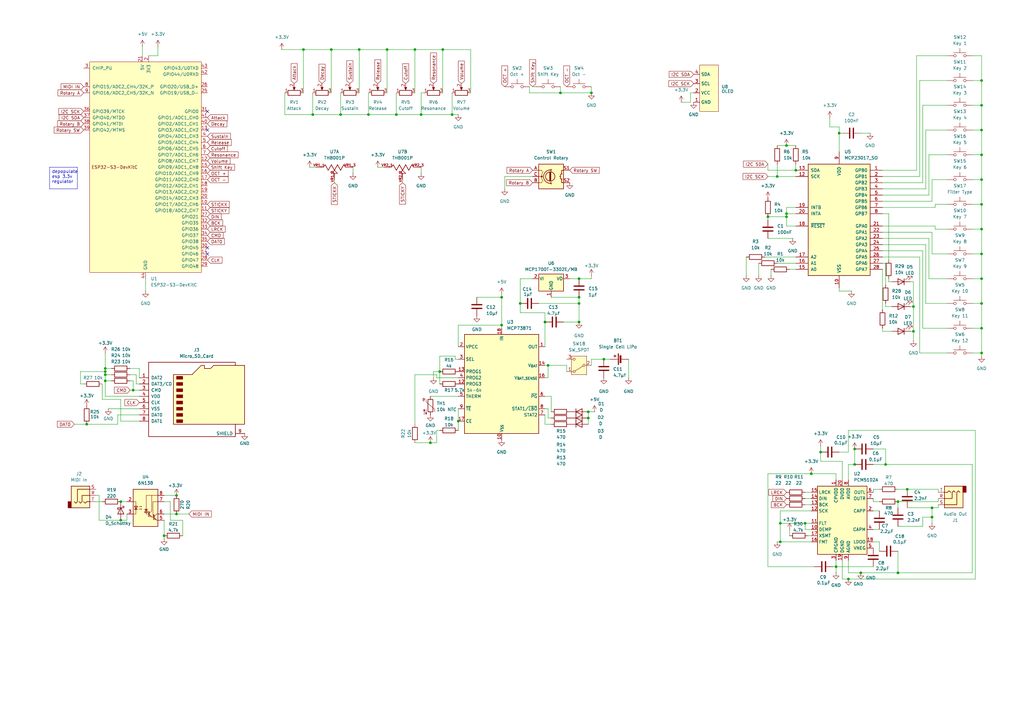
<source format=kicad_sch>
(kicad_sch (version 20250114) (generator "eeschema") (generator_version "9.0")
  (paper "A3")
  (lib_symbols
    (symbol "Audio:PCM5102A"
      (property "Reference" "U" (at -10.16 13.97 0))
      (property "Value" "PCM5102A" (at 3.81 13.97 0))
      (symbol "PCM5102A_1_1"
        (pin input line (at -12.7 10.16 0) (length 2.54) (name "LRCK") (number "15"))
        (pin input line (at -12.7 7.62 0) (length 2.54) (name "DIN") (number "14"))
        (pin input line (at -12.7 5.08 0) (length 2.54) (name "BCK") (number "13"))
        (pin input line (at -12.7 2.54 0) (length 2.54) (name "SCK") (number "12"))
        (pin input line (at -12.7 -2.54 0) (length 2.54) (name "FLT") (number "11"))
        (pin input line (at -12.7 -5.08 0) (length 2.54) (name "DEMP") (number "10"))
        (pin input line (at -12.7 -7.62 0) (length 2.54) (name "XSMT") (number "17"))
        (pin input line (at -12.7 -10.16 0) (length 2.54) (name "FMT") (number "16"))
        (pin passive line (at -2.54 15.24 270) (length 2.54) (name "CPVDD") (number "1"))
        (pin power_in line (at -2.54 -17.78 90) (length 2.54) (name "CPGND") (number "3"))
        (pin power_in line (at 0 15.24 270) (length 2.54) (name "DVDD") (number "20"))
        (pin power_in line (at 0 -17.78 90) (length 2.54) (name "DGND") (number "19"))
        (pin power_in line (at 2.54 15.24 270) (length 2.54) (name "AVDD") (number "8"))
        (pin power_in line (at 2.54 -17.78 90) (length 2.54) (name "AGND") (number "9"))
        (pin output line (at 12.7 10.16 180) (length 2.54) (name "OUTL") (number "6"))
        (pin output line (at 12.7 7.62 180) (length 2.54) (name "OUTR") (number "7"))
        (pin passive line (at 12.7 2.54 180) (length 2.54) (name "CAPP") (number "2"))
        (pin passive line (at 12.7 -5.08 180) (length 2.54) (name "CAPM") (number "4"))
        (pin passive line (at 12.7 -10.16 180) (length 2.54) (name "LDOO") (number "18"))
        (pin passive line (at 12.7 -12.7 180) (length 2.54) (name "VNEG") (number "5"))
      )
    )
    (symbol "Battery_Management:MCP73871"
      (property "Reference" "U" (at -7.62 24.13 0))
      (property "Value" "MCP73871" (at -15.24 21.59 0))
      (symbol "MCP73871_1_1"
        (pin input line (at -17.78 15.24 0) (length 2.54) (name "VPCC") (number "2"))
        (pin input line (at -17.78 10.16 0) (length 2.54) (name "SEL") (number "3"))
        (pin bidirectional line (at -17.78 5.08 0) (length 2.54) (name "PROG1") (number "13"))
        (pin input line (at -17.78 2.54 0) (length 2.54) (name "PROG2") (number "4"))
        (pin bidirectional line (at -17.78 0 0) (length 2.54) (name "PROG3") (number "12"))
        (pin bidirectional line (at -17.78 -5.08 0) (length 2.54) (name "THERM") (number "5"))
        (pin input line (at -17.78 -10.16 0) (length 2.54) (name "~{TE}") (number "9"))
        (pin input line (at -17.78 -15.24 0) (length 2.54) (name "CE") (number "17"))
        (pin power_in line (at 0 22.86 270) (length 2.54) (name "IN") (number "18"))
        (pin passive line (at 0 22.86 270) (length 2.54) (hide yes) (name "IN") (number "19"))
        (pin power_in line (at 0 -22.86 90) (length 2.54) (name "V_{SS}") (number "10"))
        (pin passive line (at 0 -22.86 90) (length 2.54) (hide yes) (name "V_{SS}") (number "11"))
        (pin passive line (at 0 -22.86 90) (length 2.54) (hide yes) (name "V_{SS}") (number "21"))
        (pin power_out line (at 17.78 15.24 180) (length 2.54) (name "OUT") (number "1"))
        (pin passive line (at 17.78 15.24 180) (length 2.54) (hide yes) (name "OUT") (number "20"))
        (pin power_out line (at 17.78 7.62 180) (length 2.54) (name "V_{BAT}") (number "14"))
        (pin passive line (at 17.78 7.62 180) (length 2.54) (hide yes) (name "V_{BAT}") (number "15"))
        (pin input line (at 17.78 2.54 180) (length 2.54) (name "V_{BAT_SENSE}") (number "16"))
        (pin open_collector line (at 17.78 -5.08 180) (length 2.54) (name "~{PG}") (number "6"))
        (pin open_collector line (at 17.78 -10.16 180) (length 2.54) (name "STAT1/~{LBO}") (number "8"))
        (pin open_collector line (at 17.78 -12.7 180) (length 2.54) (name "STAT2") (number "7"))
      )
    )
    (symbol "Connector:Micro_SD_Card" (pin_names (offset 1.016))
      (property "Reference" "J" (at -16.51 15.24 0))
      (property "Value" "Micro_SD_Card" (at 16.51 15.24 0))
      (symbol "Micro_SD_Card_1_1"
        (pin bidirectional line (at -22.86 7.62 0) (length 3.81) (name "DAT2") (number "1"))
        (pin bidirectional line (at -22.86 5.08 0) (length 3.81) (name "DAT3/CD") (number "2"))
        (pin input line (at -22.86 2.54 0) (length 3.81) (name "CMD") (number "3"))
        (pin power_in line (at -22.86 0 0) (length 3.81) (name "VDD") (number "4"))
        (pin input line (at -22.86 -2.54 0) (length 3.81) (name "CLK") (number "5"))
        (pin power_in line (at -22.86 -5.08 0) (length 3.81) (name "VSS") (number "6"))
        (pin bidirectional line (at -22.86 -7.62 0) (length 3.81) (name "DAT0") (number "7"))
        (pin bidirectional line (at -22.86 -10.16 0) (length 3.81) (name "DAT1") (number "8"))
        (pin passive line (at 20.32 -15.24 180) (length 3.81) (name "SHIELD") (number "9"))
      )
    )
    (symbol "Connector_Audio:AudioJack3"
      (property "Reference" "J" (at 0 8.89 0))
      (property "Value" "AudioJack3" (at 0 6.35 0))
      (symbol "AudioJack3_1_1"
        (pin passive line (at 5.08 2.54 180) (length 2.54) (name "~") (number "S"))
        (pin passive line (at 5.08 0 180) (length 2.54) (name "~") (number "R"))
        (pin passive line (at 5.08 -2.54 180) (length 2.54) (name "~") (number "T"))
      )
    )
    (symbol "Device:Battery_Cell" (pin_numbers (hide yes)) (pin_names (offset 0) (hide yes))
      (property "Reference" "BT" (at 2.54 2.54 0))
      (property "Value" "Battery_Cell" (at 2.54 0 0))
      (symbol "Battery_Cell_1_1"
        (pin passive line (at 0 5.08 270) (length 2.54) (name "+") (number "1"))
        (pin passive line (at 0 -2.54 90) (length 2.54) (name "-") (number "2"))
      )
    )
    (symbol "Device:C" (pin_numbers (hide yes)) (pin_names (offset 0.254))
      (property "Reference" "C" (at 0.635 2.54 0))
      (property "Value" "C" (at 0.635 -2.54 0))
      (symbol "C_1_1"
        (pin passive line (at 0 3.81 270) (length 2.794) (name "~") (number "1"))
        (pin passive line (at 0 -3.81 90) (length 2.794) (name "~") (number "2"))
      )
    )
    (symbol "Device:D" (pin_numbers (hide yes)) (pin_names (offset 1.016) (hide yes))
      (property "Reference" "D" (at 0 2.54 0))
      (property "Value" "D" (at 0 -2.54 0))
      (symbol "D_1_1"
        (pin passive line (at -3.81 0 0) (length 2.54) (name "K") (number "1"))
        (pin passive line (at 3.81 0 180) (length 2.54) (name "A") (number "2"))
      )
    )
    (symbol "Device:D_Schottky" (pin_numbers (hide yes)) (pin_names (offset 1.016) (hide yes))
      (property "Reference" "D" (at 0 2.54 0))
      (property "Value" "D_Schottky" (at 0 -2.54 0))
      (symbol "D_Schottky_1_1"
        (pin passive line (at -3.81 0 0) (length 2.54) (name "K") (number "1"))
        (pin passive line (at 3.81 0 180) (length 2.54) (name "A") (number "2"))
      )
    )
    (symbol "Device:LED" (pin_numbers (hide yes)) (pin_names (offset 1.016) (hide yes))
      (property "Reference" "D" (at 0 2.54 0))
      (property "Value" "LED" (at 0 -2.54 0))
      (symbol "LED_1_1"
        (pin passive line (at -3.81 0 0) (length 2.54) (name "K") (number "1"))
        (pin passive line (at 3.81 0 180) (length 2.54) (name "A") (number "2"))
      )
    )
    (symbol "Device:R" (pin_numbers (hide yes)) (pin_names (offset 0))
      (property "Reference" "R" (at 2.032 0 90))
      (property "Value" "R" (at 0 0 90))
      (symbol "R_1_1"
        (pin passive line (at 0 3.81 270) (length 1.27) (name "~") (number "1"))
        (pin passive line (at 0 -3.81 90) (length 1.27) (name "~") (number "2"))
      )
    )
    (symbol "Device:R_Potentiometer" (pin_names (offset 1.016) (hide yes))
      (property "Reference" "RV" (at -4.445 0 90))
      (property "Value" "R_Potentiometer" (at -2.54 0 90))
      (symbol "R_Potentiometer_1_1"
        (pin passive line (at 0 3.81 270) (length 1.27) (name "1") (number "1"))
        (pin passive line (at 0 -3.81 90) (length 1.27) (name "3") (number "3"))
        (pin passive line (at 3.81 0 180) (length 1.27) (name "2") (number "2"))
      )
    )
    (symbol "Device:RotaryEncoder_Switch" (pin_names (offset 0.254) (hide yes))
      (property "Reference" "SW" (at 0 6.604 0))
      (property "Value" "RotaryEncoder_Switch" (at 0 -6.604 0))
      (symbol "RotaryEncoder_Switch_1_1"
        (pin passive line (at -7.62 2.54 0) (length 2.54) (name "A") (number "A"))
        (pin passive line (at -7.62 0 0) (length 2.54) (name "C") (number "C"))
        (pin passive line (at -7.62 -2.54 0) (length 2.54) (name "B") (number "B"))
        (pin passive line (at 7.62 2.54 180) (length 2.54) (name "S1") (number "S1"))
        (pin passive line (at 7.62 -2.54 180) (length 2.54) (name "S2") (number "S2"))
      )
    )
    (symbol "Device:Thermistor_NTC" (pin_numbers (hide yes)) (pin_names (offset 0))
      (property "Reference" "TH" (at -4.445 0 90))
      (property "Value" "Thermistor_NTC" (at 3.175 0 90))
      (symbol "Thermistor_NTC_1_1"
        (pin passive line (at 0 3.81 270) (length 1.27) (name "~") (number "1"))
        (pin passive line (at 0 -3.81 90) (length 1.27) (name "~") (number "2"))
      )
    )
    (symbol "Interface_Expansion:MCP23017_SO" (pin_names (offset 1.016))
      (property "Reference" "U" (at -11.43 24.13 0))
      (property "Value" "MCP23017_SO" (at 0 0 0))
      (symbol "MCP23017_SO_1_1"
        (pin bidirectional line (at -17.78 20.32 0) (length 5.08) (name "SDA") (number "13"))
        (pin input line (at -17.78 17.78 0) (length 5.08) (name "SCK") (number "12"))
        (pin tri_state line (at -17.78 5.08 0) (length 5.08) (name "INTB") (number "19"))
        (pin tri_state line (at -17.78 2.54 0) (length 5.08) (name "INTA") (number "20"))
        (pin input line (at -17.78 -2.54 0) (length 5.08) (name "~{RESET}") (number "18"))
        (pin input line (at -17.78 -15.24 0) (length 5.08) (name "A2") (number "17"))
        (pin input line (at -17.78 -17.78 0) (length 5.08) (name "A1") (number "16"))
        (pin input line (at -17.78 -20.32 0) (length 5.08) (name "A0") (number "15"))
        (pin no_connect line (at -12.7 15.24 0) (length 5.08) (hide yes) (name "NC") (number "11"))
        (pin no_connect line (at -12.7 12.7 0) (length 5.08) (hide yes) (name "NC") (number "14"))
        (pin power_in line (at 0 27.94 270) (length 5.08) (name "VDD") (number "9"))
        (pin power_in line (at 0 -27.94 90) (length 5.08) (name "VSS") (number "10"))
        (pin bidirectional line (at 17.78 20.32 180) (length 5.08) (name "GPB0") (number "1"))
        (pin bidirectional line (at 17.78 17.78 180) (length 5.08) (name "GPB1") (number "2"))
        (pin bidirectional line (at 17.78 15.24 180) (length 5.08) (name "GPB2") (number "3"))
        (pin bidirectional line (at 17.78 12.7 180) (length 5.08) (name "GPB3") (number "4"))
        (pin bidirectional line (at 17.78 10.16 180) (length 5.08) (name "GPB4") (number "5"))
        (pin bidirectional line (at 17.78 7.62 180) (length 5.08) (name "GPB5") (number "6"))
        (pin bidirectional line (at 17.78 5.08 180) (length 5.08) (name "GPB6") (number "7"))
        (pin output line (at 17.78 2.54 180) (length 5.08) (name "GPB7") (number "8"))
        (pin bidirectional line (at 17.78 -2.54 180) (length 5.08) (name "GPA0") (number "21"))
        (pin bidirectional line (at 17.78 -5.08 180) (length 5.08) (name "GPA1") (number "22"))
        (pin bidirectional line (at 17.78 -7.62 180) (length 5.08) (name "GPA2") (number "23"))
        (pin bidirectional line (at 17.78 -10.16 180) (length 5.08) (name "GPA3") (number "24"))
        (pin bidirectional line (at 17.78 -12.7 180) (length 5.08) (name "GPA4") (number "25"))
        (pin bidirectional line (at 17.78 -15.24 180) (length 5.08) (name "GPA5") (number "26"))
        (pin bidirectional line (at 17.78 -17.78 180) (length 5.08) (name "GPA6") (number "27"))
        (pin output line (at 17.78 -20.32 180) (length 5.08) (name "GPA7") (number "28"))
      )
    )
    (symbol "Isolator:6N138" (pin_names (offset 1.016) (hide yes))
      (property "Reference" "U" (at -4.064 8.89 0))
      (property "Value" "6N138" (at 2.286 8.89 0))
      (symbol "6N138_1_1"
        (pin passive line (at -7.62 2.54 0) (length 2.54) (name "C1") (number "2"))
        (pin passive line (at -7.62 -2.54 0) (length 2.54) (name "C2") (number "3"))
        (pin no_connect line (at -5.08 5.08 0) (length 2.54) (hide yes) (name "NC") (number "1"))
        (pin no_connect line (at -5.08 -5.08 0) (length 2.54) (hide yes) (name "NC") (number "4"))
        (pin passive line (at 7.62 5.08 180) (length 2.54) (name "VCC") (number "8"))
        (pin passive line (at 7.62 2.54 180) (length 2.54) (name "VO1") (number "7"))
        (pin passive line (at 7.62 -2.54 180) (length 2.54) (name "VO2") (number "6"))
        (pin passive line (at 7.62 -5.08 180) (length 2.54) (name "GND") (number "5"))
      )
    )
    (symbol "OLED:128x64_I2C"
      (property "Reference" "U8" (at 8.89 -8.8899 0))
      (property "Value" "OLED" (at 8.89 -10.795 0))
      (symbol "128x64_I2C_1_1"
        (pin input line (at -2.54 -3.81 0) (length 2.54) (name "SDA") (number "4"))
        (pin input line (at -2.54 -7.62 0) (length 2.54) (name "SCL") (number "3"))
        (pin input line (at -2.54 -11.43 0) (length 2.54) (name "VCC") (number "2"))
        (pin input line (at -2.54 -15.24 0) (length 2.54) (name "GND") (number "1"))
      )
    )
    (symbol "PCM_Espressif:ESP32-S3-DevKitC" (pin_names (offset 1.016))
      (property "Reference" "U" (at -22.86 48.26 0))
      (property "Value" "ESP32-S3-DevKitC" (at -22.86 45.72 0))
      (symbol "ESP32-S3-DevKitC_0_0"
        (text "ESP32-S3-DevKitC" (at -12.7 0 0) (effects (font (size 1.27 1.27))))
        (pin bidirectional line (at -25.4 15.24 0) (length 2.54) (name "GPIO42/MTMS") (number "39"))
        (pin power_in line (at 0 -45.72 90) (length 2.54) (name "GND") (number "44"))
        (pin bidirectional line (at 25.4 40.64 180) (length 2.54) (name "GPIO43/U0TXD") (number "43"))
        (pin bidirectional line (at 25.4 38.1 180) (length 2.54) (name "GPIO44/U0RXD") (number "42"))
        (pin bidirectional line (at 25.4 20.32 180) (length 2.54) (name "GPIO1/ADC1_CH0") (number "41"))
        (pin bidirectional line (at 25.4 17.78 180) (length 2.54) (name "GPIO2/ADC1_CH1") (number "40"))
        (pin bidirectional line (at 25.4 -10.16 180) (length 2.54) (name "GPIO13/ADC2_CH2") (number "19"))
        (pin bidirectional line (at 25.4 -35.56 180) (length 2.54) (name "GPIO46") (number "14"))
      )
      (symbol "ESP32-S3-DevKitC_0_1"
        (pin power_in line (at 1.27 45.72 270) (length 2.54) (name "3V3") (number "2"))
      )
      (symbol "ESP32-S3-DevKitC_1_1"
        (pin input line (at -25.4 40.64 0) (length 2.54) (name "CHIP_PU") (number "3"))
        (pin bidirectional line (at -25.4 33.02 0) (length 2.54) (name "GPIO15/ADC2_CH4/32K_P") (number "8"))
        (pin bidirectional line (at -25.4 30.48 0) (length 2.54) (name "GPIO16/ADC2_CH5/32K_N") (number "9"))
        (pin bidirectional line (at -25.4 22.86 0) (length 2.54) (name "GPIO39/MTCK") (number "36"))
        (pin bidirectional line (at -25.4 20.32 0) (length 2.54) (name "GPIO40/MTDO") (number "37"))
        (pin bidirectional line (at -25.4 17.78 0) (length 2.54) (name "GPIO41/MTDI") (number "38"))
        (pin power_in line (at -1.27 45.72 270) (length 2.54) (name "5V") (number "21"))
        (pin passive line (at 0 -45.72 90) (length 2.54) (hide yes) (name "GND") (number "22"))
        (pin passive line (at 0 -45.72 90) (length 2.54) (hide yes) (name "GND") (number "23"))
        (pin passive line (at 0 -45.72 90) (length 2.54) (hide yes) (name "GND") (number "24"))
        (pin passive line (at 1.27 45.72 270) (length 2.54) (hide yes) (name "3V3") (number "1"))
        (pin bidirectional line (at 25.4 33.02 180) (length 2.54) (name "GPIO20/USB_D+") (number "26"))
        (pin bidirectional line (at 25.4 30.48 180) (length 2.54) (name "GPIO19/USB_D-") (number "25"))
        (pin bidirectional line (at 25.4 22.86 180) (length 2.54) (name "GPIO0") (number "31"))
        (pin bidirectional line (at 25.4 15.24 180) (length 2.54) (name "GPIO3/ADC1_CH2") (number "13"))
        (pin bidirectional line (at 25.4 12.7 180) (length 2.54) (name "GPIO4/ADC1_CH3") (number "4"))
        (pin bidirectional line (at 25.4 10.16 180) (length 2.54) (name "GPIO5/ADC1_CH4") (number "5"))
        (pin bidirectional line (at 25.4 7.62 180) (length 2.54) (name "GPIO6/ADC1_CH5") (number "6"))
        (pin bidirectional line (at 25.4 5.08 180) (length 2.54) (name "GPIO7/ADC1_CH6") (number "7"))
        (pin bidirectional line (at 25.4 2.54 180) (length 2.54) (name "GPIO8/ADC1_CH7") (number "12"))
        (pin bidirectional line (at 25.4 0 180) (length 2.54) (name "GPIO9/ADC1_CH8") (number "15"))
        (pin bidirectional line (at 25.4 -2.54 180) (length 2.54) (name "GPIO10/ADC1_CH9") (number "16"))
        (pin bidirectional line (at 25.4 -5.08 180) (length 2.54) (name "GPIO11/ADC2_CH0") (number "17"))
        (pin bidirectional line (at 25.4 -7.62 180) (length 2.54) (name "GPIO12/ADC2_CH1") (number "18"))
        (pin bidirectional line (at 25.4 -12.7 180) (length 2.54) (name "GPIO14/ADC2_CH3") (number "20"))
        (pin bidirectional line (at 25.4 -15.24 180) (length 2.54) (name "GPIO17/ADC2_CH6") (number "10"))
        (pin bidirectional line (at 25.4 -17.78 180) (length 2.54) (name "GPIO18/ADC2_CH7") (number "11"))
        (pin bidirectional line (at 25.4 -20.32 180) (length 2.54) (name "GPIO21") (number "27"))
        (pin bidirectional line (at 25.4 -22.86 180) (length 2.54) (name "GPIO35") (number "32"))
        (pin bidirectional line (at 25.4 -25.4 180) (length 2.54) (name "GPIO36") (number "33"))
        (pin bidirectional line (at 25.4 -27.94 180) (length 2.54) (name "GPIO37") (number "34"))
        (pin bidirectional line (at 25.4 -30.48 180) (length 2.54) (name "GPIO38") (number "35"))
        (pin bidirectional line (at 25.4 -33.02 180) (length 2.54) (name "GPIO45") (number "30"))
        (pin bidirectional line (at 25.4 -38.1 180) (length 2.54) (name "GPIO47") (number "28"))
        (pin bidirectional line (at 25.4 -40.64 180) (length 2.54) (name "GPIO48") (number "29"))
      )
    )
    (symbol "Regulator_Linear:MCP1700x-330xxMB" (pin_names (offset 0.254))
      (property "Reference" "U" (at -3.81 3.175 0))
      (property "Value" "MCP1700x-330xxMB" (at 0 3.175 0))
      (symbol "MCP1700x-330xxMB_1_1"
        (pin power_in line (at -7.62 0 0) (length 2.54) (name "VI") (number "2"))
        (pin power_in line (at 0 -7.62 90) (length 2.54) (name "GND") (number "1"))
        (pin power_out line (at 7.62 0 180) (length 2.54) (name "VO") (number "3"))
      )
    )
    (symbol "Switch:SW_Push" (pin_numbers (hide yes)) (pin_names (offset 1.016) (hide yes))
      (property "Reference" "SW" (at 1.27 2.54 0))
      (property "Value" "SW_Push" (at 0 -1.524 0))
      (symbol "SW_Push_0_1"
        (pin passive line (at -5.08 0 0) (length 2.54) (name "1") (number "1"))
        (pin passive line (at 5.08 0 180) (length 2.54) (name "2") (number "2"))
      )
    )
    (symbol "Switch:SW_SPDT" (pin_names (offset 0) (hide yes))
      (property "Reference" "SW" (at 0 5.08 0))
      (property "Value" "SW_SPDT" (at 0 -5.08 0))
      (symbol "SW_SPDT_1_1"
        (pin passive line (at -5.08 0 0) (length 2.54) (name "B") (number "2"))
        (pin passive line (at 5.08 2.54 180) (length 2.54) (name "A") (number "1"))
        (pin passive line (at 5.08 -2.54 180) (length 2.54) (name "C") (number "3"))
      )
    )
    (symbol "THB001P:THB001P" (pin_names (offset 1.016))
      (property "Reference" "U" (at -5.08 5.08 0))
      (property "Value" "THB001P" (at -5.08 2.54 0))
      (symbol "THB001P_1_0"
        (pin passive line (at -7.62 0 0) (length 2.54) (name "~") (number "VR1_1"))
        (pin passive line (at 0 -5.08 90) (length 2.54) (name "~") (number "VR1_2"))
        (pin passive line (at 7.62 0 180) (length 2.54) (name "~") (number "VR1_3"))
      )
      (symbol "THB001P_2_0"
        (pin passive line (at -7.62 0 0) (length 2.54) (name "~") (number "VR2_1"))
        (pin passive line (at 0 -5.08 90) (length 2.54) (name "~") (number "VR2_2"))
        (pin passive line (at 7.62 0 180) (length 2.54) (name "~") (number "VR2_3"))
      )
      (symbol "THB001P_3_0"
        (pin passive line (at -7.62 0 0) (length 2.54) (name "~") (number "C"))
        (pin passive line (at 7.62 0 180) (length 2.54) (name "~") (number "A"))
      )
    )
    (symbol "power:+3.3V" (power) (pin_numbers (hide yes)) (pin_names (offset 0) (hide yes))
      (property "Value" "+3.3V" (at 0 3.556 0))
      (symbol "+3.3V_1_1"
        (pin power_in line (at 0 0 90) (length 0) (name "~") (number "1"))
      )
    )
    (symbol "power:+3V3" (power) (pin_numbers (hide yes)) (pin_names (offset 0) (hide yes))
      (property "Value" "+3V3" (at 0 3.556 0))
      (symbol "+3V3_1_1"
        (pin power_in line (at 0 0 90) (length 0) (name "~") (number "1"))
      )
    )
    (symbol "power:+5V" (power) (pin_numbers (hide yes)) (pin_names (offset 0) (hide yes))
      (property "Value" "+5V" (at 0 3.556 0))
      (symbol "+5V_1_1"
        (pin power_in line (at 0 0 90) (length 0) (name "~") (number "1"))
      )
    )
    (symbol "power:GND" (power) (pin_numbers (hide yes)) (pin_names (offset 0) (hide yes))
      (property "Value" "GND" (at 0 -3.81 0))
      (symbol "GND_1_1"
        (pin power_in line (at 0 0 270) (length 0) (name "~") (number "1"))
      )
    )
  )
  (text_box "depopulate esp 3.3v regulator" (at 20.32 68.58 0) (size 11.43 8.89) (margins 0.9525 0.9525 0.9525 0.9525) (effects (font (size 1.27 1.27)) (justify left top)))
  (junction (at 181.61 20.32))
  (junction (at 402.59 73.66))
  (junction (at 402.59 114.3))
  (junction (at 124.46 20.32))
  (junction (at 67.31 219.71))
  (junction (at 353.06 234.95))
  (junction (at 187.96 172.72))
  (junction (at 374.65 125.73))
  (junction (at 402.59 93.98))
  (junction (at 162.56 46.99))
  (junction (at 382.27 208.28))
  (junction (at 43.18 153.67))
  (junction (at 176.53 181.61))
  (junction (at 320.04 222.25))
  (junction (at 205.74 121.92))
  (junction (at 382.27 212.09))
  (junction (at 347.98 237.49))
  (junction (at 314.96 88.9))
  (junction (at 43.18 152.4))
  (junction (at 330.2 214.63))
  (junction (at 139.7 46.99))
  (junction (at 402.59 33.02))
  (junction (at 72.39 203.2))
  (junction (at 402.59 134.62))
  (junction (at 368.3 205.74))
  (junction (at 158.75 20.32))
  (junction (at 402.59 124.46))
  (junction (at 402.59 83.82))
  (junction (at 185.42 46.99))
  (junction (at 128.27 46.99))
  (junction (at 35.56 173.99))
  (junction (at 342.9 232.41))
  (junction (at 402.59 144.78))
  (junction (at 374.65 135.89))
  (junction (at 180.34 152.4))
  (junction (at 344.17 54.61))
  (junction (at 237.49 124.46))
  (junction (at 237.49 132.08))
  (junction (at 237.49 121.92))
  (junction (at 241.3 171.45))
  (junction (at 350.52 184.15))
  (junction (at 43.18 156.21))
  (junction (at 242.57 38.1))
  (junction (at 326.39 69.85))
  (junction (at 336.55 185.42))
  (junction (at 368.3 234.95))
  (junction (at 237.49 114.3))
  (junction (at 213.36 124.46))
  (junction (at 247.65 147.32))
  (junction (at 402.59 63.5))
  (junction (at 318.77 72.39))
  (junction (at 54.61 160.02))
  (junction (at 135.89 20.32))
  (junction (at 402.59 104.14))
  (junction (at 224.79 149.86))
  (junction (at 350.52 190.5))
  (junction (at 223.52 132.08))
  (junction (at 320.04 214.63))
  (junction (at 402.59 53.34))
  (junction (at 322.58 87.63))
  (junction (at 49.53 213.36))
  (junction (at 172.72 46.99))
  (junction (at 170.18 20.32))
  (junction (at 229.87 38.1))
  (junction (at 322.58 59.69))
  (junction (at 363.22 190.5))
  (junction (at 402.59 43.18))
  (junction (at 241.3 168.91))
  (junction (at 322.58 88.9))
  (junction (at 72.39 210.82))
  (junction (at 147.32 20.32))
  (junction (at 205.74 133.35))
  (junction (at 151.13 46.99))
  (junction (at 372.11 200.66))
  (junction (at 332.74 194.31))
  (junction (at 43.18 151.13))
  (junction (at 49.53 205.74))
  (no_connect (at 85.09 53.34))
  (no_connect (at 85.09 101.6))
  (no_connect (at 85.09 45.72))
  (no_connect (at 85.09 104.14))
  (wire (pts (xy 59.69 114.3) (xy 59.69 119.38)))
  (wire (pts (xy 322.58 85.09) (xy 322.58 87.63)))
  (wire (pts (xy 306.07 105.41) (xy 306.07 113.03)))
  (wire (pts (xy 364.49 115.57) (xy 365.76 115.57)))
  (wire (pts (xy 40.64 203.2) (xy 40.64 213.36)))
  (wire (pts (xy 334.01 232.41) (xy 314.96 232.41)))
  (wire (pts (xy 316.23 110.49) (xy 316.23 113.03)))
  (wire (pts (xy 314.96 88.9) (xy 314.96 90.17)))
  (wire (pts (xy 43.18 156.21) (xy 45.72 156.21)))
  (wire (pts (xy 402.59 53.34) (xy 402.59 63.5)))
  (wire (pts (xy 72.39 210.82) (xy 77.47 210.82)))
  (wire (pts (xy 52.07 213.36) (xy 49.53 213.36)))
  (wire (pts (xy 331.47 219.71) (xy 332.74 219.71)))
  (wire (pts (xy 361.95 110.49) (xy 361.95 127)))
  (wire (pts (xy 237.49 124.46) (xy 237.49 132.08)))
  (wire (pts (xy 382.27 212.09) (xy 382.27 214.63)))
  (wire (pts (xy 217.17 35.56) (xy 217.17 38.1)))
  (wire (pts (xy 342.9 232.41) (xy 358.14 232.41)))
  (wire (pts (xy 176.53 162.56) (xy 187.96 162.56)))
  (wire (pts (xy 330.2 214.63) (xy 332.74 214.63)))
  (wire (pts (xy 361.95 102.87) (xy 378.46 102.87)))
  (wire (pts (xy 242.57 147.32) (xy 247.65 147.32)))
  (wire (pts (xy 41.91 163.83) (xy 49.53 163.83)))
  (wire (pts (xy 378.46 102.87) (xy 378.46 134.62)))
  (wire (pts (xy 402.59 33.02) (xy 402.59 43.18)))
  (wire (pts (xy 170.18 38.1) (xy 170.18 20.32)))
  (wire (pts (xy 322.58 92.71) (xy 326.39 92.71)))
  (wire (pts (xy 398.78 43.18) (xy 402.59 43.18)))
  (wire (pts (xy 320.04 214.63) (xy 330.2 214.63)))
  (wire (pts (xy 242.57 113.03) (xy 242.57 114.3)))
  (wire (pts (xy 151.13 38.1) (xy 151.13 46.99)))
  (wire (pts (xy 283.21 41.91) (xy 283.21 38.1)))
  (wire (pts (xy 43.18 153.67) (xy 45.72 153.67)))
  (wire (pts (xy 217.17 38.1) (xy 229.87 38.1)))
  (wire (pts (xy 402.59 93.98) (xy 402.59 104.14)))
  (wire (pts (xy 58.42 19.05) (xy 58.42 22.86)))
  (wire (pts (xy 180.34 146.05) (xy 186.69 146.05)))
  (wire (pts (xy 137.16 73.66) (xy 137.16 74.93)))
  (wire (pts (xy 358.14 204.47) (xy 358.14 205.74)))
  (wire (pts (xy 43.18 156.21) (xy 43.18 153.67)))
  (wire (pts (xy 383.54 93.98) (xy 383.54 92.71)))
  (wire (pts (xy 378.46 74.93) (xy 378.46 43.18)))
  (wire (pts (xy 347.98 190.5) (xy 350.52 190.5)))
  (wire (pts (xy 314.96 232.41) (xy 314.96 194.31)))
  (wire (pts (xy 358.14 184.15) (xy 363.22 184.15)))
  (wire (pts (xy 347.98 176.53) (xy 400.05 176.53)))
  (wire (pts (xy 224.79 149.86) (xy 232.41 149.86)))
  (wire (pts (xy 162.56 46.99) (xy 151.13 46.99)))
  (wire (pts (xy 330.2 217.17) (xy 330.2 214.63)))
  (wire (pts (xy 279.4 41.91) (xy 283.21 41.91)))
  (wire (pts (xy 398.78 63.5) (xy 402.59 63.5)))
  (wire (pts (xy 43.18 162.56) (xy 43.18 156.21)))
  (wire (pts (xy 388.62 53.34) (xy 379.73 53.34)))
  (wire (pts (xy 363.22 184.15) (xy 363.22 190.5)))
  (wire (pts (xy 55.88 153.67) (xy 53.34 153.67)))
  (wire (pts (xy 220.98 124.46) (xy 237.49 124.46)))
  (wire (pts (xy 213.36 128.27) (xy 213.36 124.46)))
  (wire (pts (xy 373.38 135.89) (xy 374.65 135.89)))
  (wire (pts (xy 241.3 168.91) (xy 241.3 171.45)))
  (wire (pts (xy 388.62 33.02) (xy 377.19 33.02)))
  (wire (pts (xy 382.27 104.14) (xy 388.62 104.14)))
  (wire (pts (xy 43.18 152.4) (xy 43.18 151.13)))
  (wire (pts (xy 41.91 157.48) (xy 41.91 163.83)))
  (wire (pts (xy 43.18 151.13) (xy 43.18 144.78)))
  (wire (pts (xy 170.18 181.61) (xy 176.53 181.61)))
  (wire (pts (xy 223.52 142.24) (xy 223.52 132.08)))
  (wire (pts (xy 398.78 53.34) (xy 402.59 53.34)))
  (wire (pts (xy 64.77 19.05) (xy 64.77 22.86)))
  (wire (pts (xy 323.85 110.49) (xy 326.39 110.49)))
  (wire (pts (xy 128.27 38.1) (xy 128.27 46.99)))
  (wire (pts (xy 398.78 124.46) (xy 402.59 124.46)))
  (wire (pts (xy 344.17 52.07) (xy 344.17 54.61)))
  (wire (pts (xy 398.78 144.78) (xy 402.59 144.78)))
  (wire (pts (xy 377.19 105.41) (xy 377.19 144.78)))
  (wire (pts (xy 57.15 170.18) (xy 48.26 170.18)))
  (wire (pts (xy 52.07 210.82) (xy 52.07 213.36)))
  (wire (pts (xy 223.52 170.18) (xy 223.52 173.99)))
  (wire (pts (xy 358.14 190.5) (xy 363.22 190.5)))
  (wire (pts (xy 179.07 176.53) (xy 180.34 176.53)))
  (wire (pts (xy 361.95 74.93) (xy 378.46 74.93)))
  (wire (pts (xy 223.52 132.08) (xy 223.52 128.27)))
  (wire (pts (xy 242.57 35.56) (xy 242.57 38.1)))
  (wire (pts (xy 361.95 97.79) (xy 381 97.79)))
  (wire (pts (xy 54.61 156.21) (xy 54.61 160.02)))
  (wire (pts (xy 57.15 167.64) (xy 44.45 167.64)))
  (wire (pts (xy 181.61 20.32) (xy 170.18 20.32)))
  (wire (pts (xy 345.44 237.49) (xy 345.44 229.87)))
  (wire (pts (xy 336.55 189.23) (xy 336.55 185.42)))
  (wire (pts (xy 402.59 63.5) (xy 402.59 73.66)))
  (wire (pts (xy 342.9 232.41) (xy 342.9 229.87)))
  (wire (pts (xy 400.05 237.49) (xy 347.98 237.49)))
  (wire (pts (xy 326.39 87.63) (xy 322.58 87.63)))
  (wire (pts (xy 326.39 67.31) (xy 326.39 69.85)))
  (wire (pts (xy 345.44 189.23) (xy 336.55 189.23)))
  (wire (pts (xy 382.27 73.66) (xy 382.27 82.55)))
  (wire (pts (xy 365.76 125.73) (xy 363.22 125.73)))
  (wire (pts (xy 242.57 147.32) (xy 242.57 149.86)))
  (wire (pts (xy 347.98 229.87) (xy 347.98 234.95)))
  (wire (pts (xy 402.59 124.46) (xy 402.59 134.62)))
  (wire (pts (xy 368.3 200.66) (xy 372.11 200.66)))
  (wire (pts (xy 377.19 72.39) (xy 361.95 72.39)))
  (wire (pts (xy 326.39 85.09) (xy 322.58 85.09)))
  (wire (pts (xy 179.07 181.61) (xy 176.53 181.61)))
  (wire (pts (xy 116.84 38.1) (xy 116.84 46.99)))
  (wire (pts (xy 231.14 132.08) (xy 237.49 132.08)))
  (wire (pts (xy 172.72 68.58) (xy 172.72 71.12)))
  (wire (pts (xy 347.98 237.49) (xy 345.44 237.49)))
  (wire (pts (xy 340.36 52.07) (xy 344.17 52.07)))
  (wire (pts (xy 378.46 212.09) (xy 382.27 212.09)))
  (wire (pts (xy 139.7 38.1) (xy 139.7 46.99)))
  (wire (pts (xy 402.59 43.18) (xy 402.59 53.34)))
  (wire (pts (xy 384.81 200.66) (xy 372.11 200.66)))
  (wire (pts (xy 205.74 133.35) (xy 205.74 134.62)))
  (wire (pts (xy 398.78 134.62) (xy 402.59 134.62)))
  (wire (pts (xy 49.53 172.72) (xy 49.53 163.83)))
  (wire (pts (xy 398.78 234.95) (xy 368.3 234.95)))
  (wire (pts (xy 33.02 157.48) (xy 34.29 157.48)))
  (wire (pts (xy 363.22 125.73) (xy 363.22 124.46)))
  (wire (pts (xy 358.14 222.25) (xy 360.68 222.25)))
  (wire (pts (xy 187.96 154.94) (xy 179.07 154.94)))
  (wire (pts (xy 320.04 209.55) (xy 332.74 209.55)))
  (wire (pts (xy 162.56 38.1) (xy 162.56 46.99)))
  (wire (pts (xy 33.02 152.4) (xy 43.18 152.4)))
  (wire (pts (xy 373.38 115.57) (xy 374.65 115.57)))
  (wire (pts (xy 60.96 22.86) (xy 64.77 22.86)))
  (wire (pts (xy 377.19 33.02) (xy 377.19 72.39)))
  (wire (pts (xy 67.31 210.82) (xy 72.39 210.82)))
  (wire (pts (xy 363.22 190.5) (xy 398.78 190.5)))
  (wire (pts (xy 30.48 173.99) (xy 35.56 173.99)))
  (wire (pts (xy 374.65 135.89) (xy 374.65 139.7)))
  (wire (pts (xy 187.96 167.64) (xy 187.96 172.72)))
  (wire (pts (xy 48.26 170.18) (xy 48.26 173.99)))
  (wire (pts (xy 172.72 46.99) (xy 162.56 46.99)))
  (wire (pts (xy 358.14 200.66) (xy 360.68 200.66)))
  (wire (pts (xy 179.07 153.67) (xy 170.18 153.67)))
  (wire (pts (xy 53.34 156.21) (xy 54.61 156.21)))
  (wire (pts (xy 226.06 121.92) (xy 237.49 121.92)))
  (wire (pts (xy 313.69 105.41) (xy 326.39 105.41)))
  (wire (pts (xy 43.18 151.13) (xy 45.72 151.13)))
  (wire (pts (xy 135.89 20.32) (xy 135.89 38.1)))
  (wire (pts (xy 358.14 205.74) (xy 360.68 205.74)))
  (wire (pts (xy 232.41 149.86) (xy 232.41 152.4)))
  (wire (pts (xy 74.93 213.36) (xy 74.93 219.71)))
  (wire (pts (xy 361.95 92.71) (xy 383.54 92.71)))
  (wire (pts (xy 322.58 88.9) (xy 322.58 92.71)))
  (wire (pts (xy 400.05 176.53) (xy 400.05 237.49)))
  (wire (pts (xy 205.74 120.65) (xy 205.74 121.92)))
  (wire (pts (xy 344.17 119.38) (xy 344.17 118.11)))
  (wire (pts (xy 377.19 144.78) (xy 388.62 144.78)))
  (wire (pts (xy 180.34 146.05) (xy 180.34 152.4)))
  (wire (pts (xy 398.78 73.66) (xy 402.59 73.66)))
  (wire (pts (xy 320.04 209.55) (xy 320.04 214.63)))
  (wire (pts (xy 398.78 93.98) (xy 402.59 93.98)))
  (wire (pts (xy 344.17 185.42) (xy 347.98 185.42)))
  (wire (pts (xy 187.96 46.99) (xy 185.42 46.99)))
  (wire (pts (xy 353.06 54.61) (xy 356.87 54.61)))
  (wire (pts (xy 53.34 160.02) (xy 54.61 160.02)))
  (wire (pts (xy 381 80.01) (xy 361.95 80.01)))
  (wire (pts (xy 186.69 147.32) (xy 187.96 147.32)))
  (wire (pts (xy 177.8 152.4) (xy 180.34 152.4)))
  (wire (pts (xy 402.59 134.62) (xy 402.59 144.78)))
  (wire (pts (xy 207.01 72.39) (xy 207.01 77.47)))
  (wire (pts (xy 224.79 171.45) (xy 226.06 171.45)))
  (wire (pts (xy 147.32 20.32) (xy 147.32 38.1)))
  (wire (pts (xy 340.36 52.07) (xy 340.36 48.26)))
  (wire (pts (xy 213.36 128.27) (xy 223.52 128.27)))
  (wire (pts (xy 144.78 68.58) (xy 144.78 71.12)))
  (wire (pts (xy 165.1 73.66) (xy 165.1 74.93)))
  (wire (pts (xy 382.27 82.55) (xy 361.95 82.55)))
  (wire (pts (xy 193.04 38.1) (xy 193.04 20.32)))
  (wire (pts (xy 115.57 20.32) (xy 124.46 20.32)))
  (wire (pts (xy 330.2 204.47) (xy 332.74 204.47)))
  (wire (pts (xy 223.52 149.86) (xy 224.79 149.86)))
  (wire (pts (xy 147.32 20.32) (xy 158.75 20.32)))
  (wire (pts (xy 350.52 184.15) (xy 350.52 190.5)))
  (wire (pts (xy 382.27 208.28) (xy 382.27 212.09)))
  (wire (pts (xy 127 68.58) (xy 129.54 68.58)))
  (wire (pts (xy 384.81 204.47) (xy 384.81 205.74)))
  (wire (pts (xy 379.73 77.47) (xy 361.95 77.47)))
  (wire (pts (xy 375.92 69.85) (xy 375.92 22.86)))
  (wire (pts (xy 384.81 205.74) (xy 368.3 205.74)))
  (wire (pts (xy 40.64 213.36) (xy 49.53 213.36)))
  (wire (pts (xy 172.72 38.1) (xy 172.72 46.99)))
  (wire (pts (xy 383.54 83.82) (xy 383.54 85.09)))
  (wire (pts (xy 314.96 69.85) (xy 326.39 69.85)))
  (wire (pts (xy 402.59 22.86) (xy 402.59 33.02)))
  (wire (pts (xy 67.31 213.36) (xy 67.31 219.71)))
  (wire (pts (xy 384.81 208.28) (xy 382.27 208.28)))
  (wire (pts (xy 358.14 217.17) (xy 360.68 217.17)))
  (wire (pts (xy 223.52 162.56) (xy 226.06 162.56)))
  (wire (pts (xy 43.18 153.67) (xy 43.18 152.4)))
  (wire (pts (xy 384.81 201.93) (xy 384.81 200.66)))
  (wire (pts (xy 35.56 173.99) (xy 48.26 173.99)))
  (wire (pts (xy 139.7 46.99) (xy 151.13 46.99)))
  (wire (pts (xy 229.87 35.56) (xy 229.87 38.1)))
  (wire (pts (xy 398.78 33.02) (xy 402.59 33.02)))
  (wire (pts (xy 223.52 173.99) (xy 226.06 173.99)))
  (wire (pts (xy 368.3 215.9) (xy 378.46 215.9)))
  (wire (pts (xy 40.64 203.2) (xy 39.37 203.2)))
  (wire (pts (xy 382.27 95.25) (xy 382.27 104.14)))
  (wire (pts (xy 320.04 214.63) (xy 320.04 222.25)))
  (wire (pts (xy 179.07 176.53) (xy 179.07 181.61)))
  (wire (pts (xy 69.85 213.36) (xy 74.93 213.36)))
  (wire (pts (xy 318.77 107.95) (xy 326.39 107.95)))
  (wire (pts (xy 379.73 53.34) (xy 379.73 77.47)))
  (wire (pts (xy 213.36 114.3) (xy 213.36 124.46)))
  (wire (pts (xy 187.96 133.35) (xy 205.74 133.35)))
  (wire (pts (xy 368.3 226.06) (xy 368.3 234.95)))
  (wire (pts (xy 383.54 85.09) (xy 361.95 85.09)))
  (wire (pts (xy 223.52 167.64) (xy 224.79 167.64)))
  (wire (pts (xy 185.42 38.1) (xy 185.42 46.99)))
  (wire (pts (xy 398.78 104.14) (xy 402.59 104.14)))
  (wire (pts (xy 177.8 152.4) (xy 177.8 154.94)))
  (wire (pts (xy 218.44 35.56) (xy 219.71 35.56)))
  (wire (pts (xy 241.3 168.91) (xy 243.84 168.91)))
  (wire (pts (xy 247.65 147.32) (xy 250.19 147.32)))
  (wire (pts (xy 135.89 20.32) (xy 147.32 20.32)))
  (wire (pts (xy 314.96 72.39) (xy 318.77 72.39)))
  (wire (pts (xy 314.96 67.31) (xy 314.96 69.85)))
  (wire (pts (xy 402.59 104.14) (xy 402.59 114.3)))
  (wire (pts (xy 41.91 205.74) (xy 39.37 205.74)))
  (wire (pts (xy 332.74 217.17) (xy 330.2 217.17)))
  (wire (pts (xy 330.2 207.01) (xy 332.74 207.01)))
  (wire (pts (xy 116.84 46.99) (xy 128.27 46.99)))
  (wire (pts (xy 67.31 205.74) (xy 69.85 205.74)))
  (wire (pts (xy 314.96 194.31) (xy 332.74 194.31)))
  (wire (pts (xy 124.46 20.32) (xy 135.89 20.32)))
  (wire (pts (xy 224.79 154.94) (xy 224.79 149.86)))
  (wire (pts (xy 402.59 114.3) (xy 402.59 124.46)))
  (wire (pts (xy 195.58 121.92) (xy 205.74 121.92)))
  (wire (pts (xy 381 97.79) (xy 381 114.3)))
  (wire (pts (xy 378.46 134.62) (xy 388.62 134.62)))
  (wire (pts (xy 173.99 38.1) (xy 172.72 38.1)))
  (wire (pts (xy 381 114.3) (xy 388.62 114.3)))
  (wire (pts (xy 318.77 222.25) (xy 320.04 222.25)))
  (wire (pts (xy 318.77 72.39) (xy 318.77 67.31)))
  (wire (pts (xy 57.15 157.48) (xy 55.88 157.48)))
  (wire (pts (xy 383.54 93.98) (xy 388.62 93.98)))
  (wire (pts (xy 347.98 185.42) (xy 347.98 176.53)))
  (wire (pts (xy 154.94 68.58) (xy 157.48 68.58)))
  (wire (pts (xy 381 63.5) (xy 381 80.01)))
  (wire (pts (xy 314.96 97.79) (xy 325.12 97.79)))
  (wire (pts (xy 398.78 190.5) (xy 398.78 234.95)))
  (wire (pts (xy 54.61 160.02) (xy 57.15 160.02)))
  (wire (pts (xy 398.78 114.3) (xy 402.59 114.3)))
  (wire (pts (xy 311.15 107.95) (xy 311.15 113.03)))
  (wire (pts (xy 181.61 38.1) (xy 181.61 20.32)))
  (wire (pts (xy 49.53 205.74) (xy 52.07 205.74)))
  (wire (pts (xy 360.68 222.25) (xy 360.68 226.06)))
  (wire (pts (xy 67.31 220.98) (xy 67.31 219.71)))
  (wire (pts (xy 158.75 38.1) (xy 158.75 20.32)))
  (wire (pts (xy 358.14 201.93) (xy 358.14 200.66)))
  (wire (pts (xy 237.49 114.3) (xy 242.57 114.3)))
  (wire (pts (xy 344.17 119.38) (xy 349.25 119.38)))
  (wire (pts (xy 361.95 95.25) (xy 382.27 95.25)))
  (wire (pts (xy 379.73 100.33) (xy 379.73 124.46)))
  (wire (pts (xy 237.49 121.92) (xy 237.49 124.46)))
  (wire (pts (xy 224.79 167.64) (xy 224.79 171.45)))
  (wire (pts (xy 368.3 234.95) (xy 353.06 234.95)))
  (wire (pts (xy 373.38 125.73) (xy 374.65 125.73)))
  (wire (pts (xy 402.59 83.82) (xy 402.59 93.98)))
  (wire (pts (xy 69.85 205.74) (xy 69.85 213.36)))
  (wire (pts (xy 372.11 208.28) (xy 382.27 208.28)))
  (wire (pts (xy 402.59 73.66) (xy 402.59 83.82)))
  (wire (pts (xy 226.06 162.56) (xy 226.06 168.91)))
  (wire (pts (xy 186.69 146.05) (xy 186.69 147.32)))
  (wire (pts (xy 374.65 115.57) (xy 374.65 125.73)))
  (wire (pts (xy 322.58 59.69) (xy 326.39 59.69)))
  (wire (pts (xy 368.3 205.74) (xy 368.3 208.28)))
  (wire (pts (xy 257.81 154.94) (xy 257.81 147.32)))
  (wire (pts (xy 378.46 43.18) (xy 388.62 43.18)))
  (wire (pts (xy 330.2 201.93) (xy 332.74 201.93)))
  (wire (pts (xy 388.62 73.66) (xy 382.27 73.66)))
  (wire (pts (xy 241.3 171.45) (xy 241.3 173.99)))
  (wire (pts (xy 361.95 135.89) (xy 365.76 135.89)))
  (wire (pts (xy 318.77 59.69) (xy 322.58 59.69)))
  (wire (pts (xy 179.07 154.94) (xy 179.07 153.67)))
  (wire (pts (xy 363.22 116.84) (xy 363.22 107.95)))
  (wire (pts (xy 170.18 153.67) (xy 170.18 173.99)))
  (wire (pts (xy 374.65 125.73) (xy 374.65 135.89)))
  (wire (pts (xy 363.22 107.95) (xy 361.95 107.95)))
  (wire (pts (xy 358.14 209.55) (xy 360.68 209.55)))
  (wire (pts (xy 402.59 144.78) (xy 402.59 146.05)))
  (wire (pts (xy 388.62 83.82) (xy 383.54 83.82)))
  (wire (pts (xy 213.36 114.3) (xy 218.44 114.3)))
  (wire (pts (xy 229.87 38.1) (xy 242.57 38.1)))
  (wire (pts (xy 375.92 69.85) (xy 361.95 69.85)))
  (wire (pts (xy 342.9 196.85) (xy 342.9 194.31)))
  (wire (pts (xy 33.02 157.48) (xy 33.02 152.4)))
  (wire (pts (xy 124.46 20.32) (xy 124.46 38.1)))
  (wire (pts (xy 342.9 232.41) (xy 342.9 234.95)))
  (wire (pts (xy 67.31 203.2) (xy 72.39 203.2)))
  (wire (pts (xy 187.96 133.35) (xy 187.96 142.24)))
  (wire (pts (xy 364.49 106.68) (xy 364.49 87.63)))
  (wire (pts (xy 344.17 54.61) (xy 345.44 54.61)))
  (wire (pts (xy 361.95 134.62) (xy 361.95 135.89)))
  (wire (pts (xy 341.63 232.41) (xy 342.9 232.41)))
  (wire (pts (xy 323.85 217.17) (xy 323.85 219.71)))
  (wire (pts (xy 320.04 222.25) (xy 332.74 222.25)))
  (wire (pts (xy 361.95 100.33) (xy 379.73 100.33)))
  (wire (pts (xy 375.92 22.86) (xy 388.62 22.86)))
  (wire (pts (xy 180.34 152.4) (xy 180.34 157.48)))
  (wire (pts (xy 57.15 151.13) (xy 53.34 151.13)))
  (wire (pts (xy 384.81 207.01) (xy 384.81 208.28)))
  (wire (pts (xy 398.78 22.86) (xy 402.59 22.86)))
  (wire (pts (xy 57.15 154.94) (xy 57.15 151.13)))
  (wire (pts (xy 345.44 189.23) (xy 345.44 196.85)))
  (wire (pts (xy 361.95 105.41) (xy 377.19 105.41)))
  (wire (pts (xy 283.21 38.1) (xy 284.48 38.1)))
  (wire (pts (xy 379.73 124.46) (xy 388.62 124.46)))
  (wire (pts (xy 205.74 121.92) (xy 205.74 133.35)))
  (wire (pts (xy 128.27 46.99) (xy 139.7 46.99)))
  (wire (pts (xy 318.77 72.39) (xy 326.39 72.39)))
  (wire (pts (xy 193.04 20.32) (xy 181.61 20.32)))
  (wire (pts (xy 55.88 157.48) (xy 55.88 153.67)))
  (wire (pts (xy 336.55 182.88) (xy 336.55 185.42)))
  (wire (pts (xy 364.49 87.63) (xy 361.95 87.63)))
  (wire (pts (xy 347.98 190.5) (xy 347.98 196.85)))
  (wire (pts (xy 332.74 194.31) (xy 342.9 194.31)))
  (wire (pts (xy 322.58 87.63) (xy 322.58 88.9)))
  (wire (pts (xy 233.68 114.3) (xy 237.49 114.3)))
  (wire (pts (xy 43.18 162.56) (xy 57.15 162.56)))
  (wire (pts (xy 218.44 72.39) (xy 207.01 72.39)))
  (wire (pts (xy 353.06 234.95) (xy 347.98 234.95)))
  (wire (pts (xy 187.96 176.53) (xy 187.96 172.72)))
  (wire (pts (xy 223.52 154.94) (xy 224.79 154.94)))
  (wire (pts (xy 388.62 63.5) (xy 381 63.5)))
  (wire (pts (xy 364.49 115.57) (xy 364.49 114.3)))
  (wire (pts (xy 344.17 54.61) (xy 344.17 62.23)))
  (wire (pts (xy 170.18 20.32) (xy 158.75 20.32)))
  (wire (pts (xy 314.96 88.9) (xy 322.58 88.9)))
  (wire (pts (xy 57.15 172.72) (xy 49.53 172.72)))
  (wire (pts (xy 378.46 215.9) (xy 378.46 212.09)))
  (wire (pts (xy 398.78 83.82) (xy 402.59 83.82)))
  (wire (pts (xy 185.42 46.99) (xy 172.72 46.99)))
  (global_label "DIN" (shape input) (at 322.58 204.47 180) (property "Intersheetrefs" "${INTERSHEET_REFS}" (effects (hide yes))))
  (global_label "Resonance" (shape input) (at 85.09 63.5 0) (property "Intersheetrefs" "${INTERSHEET_REFS}" (effects (hide yes))))
  (global_label "Shift Key" (shape input) (at 218.44 35.56 90) (property "Intersheetrefs" "${INTERSHEET_REFS}" (effects (hide yes))))
  (global_label "Rotary SW" (shape input) (at 34.29 53.34 180) (property "Intersheetrefs" "${INTERSHEET_REFS}" (effects (hide yes))))
  (global_label "DAT0" (shape input) (at 85.09 99.06 0) (property "Intersheetrefs" "${INTERSHEET_REFS}" (effects (hide yes))))
  (global_label "DIN" (shape input) (at 85.09 88.9 0) (property "Intersheetrefs" "${INTERSHEET_REFS}" (effects (hide yes))))
  (global_label "BCK" (shape input) (at 85.09 91.44 0) (property "Intersheetrefs" "${INTERSHEET_REFS}" (effects (hide yes))))
  (global_label "Rotary A" (shape input) (at 34.29 38.1 180) (property "Intersheetrefs" "${INTERSHEET_REFS}" (effects (hide yes))))
  (global_label "STICKX" (shape input) (at 137.16 74.93 270) (property "Intersheetrefs" "${INTERSHEET_REFS}" (effects (hide yes))))
  (global_label "Rotary B" (shape input) (at 218.44 74.93 180) (property "Intersheetrefs" "${INTERSHEET_REFS}" (effects (hide yes))))
  (global_label "Release" (shape input) (at 154.94 34.29 90) (property "Intersheetrefs" "${INTERSHEET_REFS}" (effects (hide yes))))
  (global_label "I2C SCK" (shape input) (at 314.96 72.39 180) (property "Intersheetrefs" "${INTERSHEET_REFS}" (effects (hide yes))))
  (global_label "MIDI IN" (shape input) (at 34.29 35.56 180) (property "Intersheetrefs" "${INTERSHEET_REFS}" (effects (hide yes))))
  (global_label "I2C SDA" (shape input) (at 314.96 67.31 180) (property "Intersheetrefs" "${INTERSHEET_REFS}" (effects (hide yes))))
  (global_label "Cutoff" (shape input) (at 85.09 60.96 0) (property "Intersheetrefs" "${INTERSHEET_REFS}" (effects (hide yes))))
  (global_label "LRCK" (shape input) (at 85.09 93.98 0) (property "Intersheetrefs" "${INTERSHEET_REFS}" (effects (hide yes))))
  (global_label "BCK" (shape input) (at 322.58 207.01 180) (property "Intersheetrefs" "${INTERSHEET_REFS}" (effects (hide yes))))
  (global_label "Sustain" (shape input) (at 143.51 34.29 90) (property "Intersheetrefs" "${INTERSHEET_REFS}" (effects (hide yes))))
  (global_label "OCT +" (shape input) (at 85.09 71.12 0) (property "Intersheetrefs" "${INTERSHEET_REFS}" (effects (hide yes))))
  (global_label "MIDI IN" (shape input) (at 77.47 210.82 0) (property "Intersheetrefs" "${INTERSHEET_REFS}" (effects (hide yes))))
  (global_label "Rotary SW" (shape input) (at 233.68 69.85 0) (property "Intersheetrefs" "${INTERSHEET_REFS}" (effects (hide yes))))
  (global_label "STICKY" (shape input) (at 85.09 86.36 0) (property "Intersheetrefs" "${INTERSHEET_REFS}" (effects (hide yes))))
  (global_label "CMD" (shape input) (at 85.09 96.52 0) (property "Intersheetrefs" "${INTERSHEET_REFS}" (effects (hide yes))))
  (global_label "DAT0" (shape input) (at 30.48 173.99 180) (property "Intersheetrefs" "${INTERSHEET_REFS}" (effects (hide yes))))
  (global_label "Cutoff" (shape input) (at 166.37 34.29 90) (property "Intersheetrefs" "${INTERSHEET_REFS}" (effects (hide yes))))
  (global_label "OCT -" (shape input) (at 232.41 35.56 90) (property "Intersheetrefs" "${INTERSHEET_REFS}" (effects (hide yes))))
  (global_label "Attack" (shape input) (at 85.09 48.26 0) (property "Intersheetrefs" "${INTERSHEET_REFS}" (effects (hide yes))))
  (global_label "Volume" (shape input) (at 85.09 66.04 0) (property "Intersheetrefs" "${INTERSHEET_REFS}" (effects (hide yes))))
  (global_label "Shift Key" (shape input) (at 85.09 68.58 0) (property "Intersheetrefs" "${INTERSHEET_REFS}" (effects (hide yes))))
  (global_label "Release" (shape input) (at 85.09 58.42 0) (property "Intersheetrefs" "${INTERSHEET_REFS}" (effects (hide yes))))
  (global_label "LRCK" (shape input) (at 322.58 201.93 180) (property "Intersheetrefs" "${INTERSHEET_REFS}" (effects (hide yes))))
  (global_label "Rotary B" (shape input) (at 34.29 50.8 180) (property "Intersheetrefs" "${INTERSHEET_REFS}" (effects (hide yes))))
  (global_label "CMD" (shape input) (at 53.34 160.02 180) (property "Intersheetrefs" "${INTERSHEET_REFS}" (effects (hide yes))))
  (global_label "CLK" (shape input) (at 57.15 165.1 180) (property "Intersheetrefs" "${INTERSHEET_REFS}" (effects (hide yes))))
  (global_label "Attack" (shape input) (at 120.65 34.29 90) (property "Intersheetrefs" "${INTERSHEET_REFS}" (effects (hide yes))))
  (global_label "I2C SCK" (shape input) (at 284.48 34.29 180) (property "Intersheetrefs" "${INTERSHEET_REFS}" (effects (hide yes))))
  (global_label "Decay" (shape input) (at 132.08 34.29 90) (property "Intersheetrefs" "${INTERSHEET_REFS}" (effects (hide yes))))
  (global_label "Volume" (shape input) (at 189.23 34.29 90) (property "Intersheetrefs" "${INTERSHEET_REFS}" (effects (hide yes))))
  (global_label "Resonance" (shape input) (at 177.8 34.29 90) (property "Intersheetrefs" "${INTERSHEET_REFS}" (effects (hide yes))))
  (global_label "OCT +" (shape input) (at 207.01 35.56 90) (property "Intersheetrefs" "${INTERSHEET_REFS}" (effects (hide yes))))
  (global_label "Decay" (shape input) (at 85.09 50.8 0) (property "Intersheetrefs" "${INTERSHEET_REFS}" (effects (hide yes))))
  (global_label "CLK" (shape input) (at 85.09 106.68 0) (property "Intersheetrefs" "${INTERSHEET_REFS}" (effects (hide yes))))
  (global_label "STICKX" (shape input) (at 85.09 83.82 0) (property "Intersheetrefs" "${INTERSHEET_REFS}" (effects (hide yes))))
  (global_label "STICKY" (shape input) (at 165.1 74.93 270) (property "Intersheetrefs" "${INTERSHEET_REFS}" (effects (hide yes))))
  (global_label "I2C SDA" (shape input) (at 284.48 30.48 180) (property "Intersheetrefs" "${INTERSHEET_REFS}" (effects (hide yes))))
  (global_label "OCT -" (shape input) (at 85.09 73.66 0) (property "Intersheetrefs" "${INTERSHEET_REFS}" (effects (hide yes))))
  (global_label "Rotary A" (shape input) (at 218.44 69.85 180) (property "Intersheetrefs" "${INTERSHEET_REFS}" (effects (hide yes))))
  (global_label "Sustain" (shape input) (at 85.09 55.88 0) (property "Intersheetrefs" "${INTERSHEET_REFS}" (effects (hide yes))))
  (global_label "I2C SCK" (shape input) (at 34.29 45.72 180) (property "Intersheetrefs" "${INTERSHEET_REFS}" (effects (hide yes))))
  (global_label "I2C SDA" (shape input) (at 34.29 48.26 180) (property "Intersheetrefs" "${INTERSHEET_REFS}" (effects (hide yes))))
  (symbol (lib_id "power:GND") (at 242.57 38.1 0) (unit 1)
    (property "Reference" "#PWR051" (effects (hide yes)))
    (property "Value" "GND" (at 242.57 43.18 0))
    (property "Description" "Power symbol creates a global label with name \"GND\" , ground" (effects (hide yes)))
  )
  (symbol (lib_id "Device:D") (at 237.49 173.99 0) (unit 1)
    (property "Reference" "D3" (at 246.38 176.784 0))
    (property "Value" "D" (at 246.38 179.324 0))
    (property "Footprint" "Diode_SMD:D_0603_1608Metric_Pad1.05x0.95mm_HandSolder" (effects (hide yes)))
    (property "Description" "Diode" (effects (hide yes)))
    (property "Sim.Device" "D" (effects (hide yes)))
    (property "Sim.Pins" "1=K 2=A" (effects (hide yes)))
  )
  (symbol (lib_id "Device:C") (at 360.68 213.36 0) (unit 1)
    (property "Reference" "C7" (at 362.966 215.646 0))
    (property "Value" "2.2µF" (at 363.728 217.932 0))
    (property "Footprint" "Capacitor_SMD:C_0603_1608Metric_Pad1.08x0.95mm_HandSolder" (effects (hide yes)))
    (property "Description" "Unpolarized capacitor" (effects (hide yes)))
  )
  (symbol (lib_id "power:+3.3V") (at 127 68.58 0) (unit 1)
    (property "Reference" "#PWR047" (effects (hide yes)))
    (property "Value" "+3.3V" (at 127 63.5 0))
    (property "Description" "Power symbol creates a global label with name \"+3.3V\"" (effects (hide yes)))
  )
  (symbol (lib_id "Switch:SW_Push") (at 393.7 43.18 0) (unit 1)
    (property "Reference" "SW14" (at 393.7 35.56 0))
    (property "Value" "Key 3" (at 393.7 38.1 0))
    (property "Footprint" "Button_Switch_Keyboard:SW_Cherry_MX_1.00u_PCB" (effects (hide yes)))
    (property "Description" "Push button switch, generic, two pins" (effects (hide yes)))
  )
  (symbol (lib_id "Device:R") (at 361.95 130.81 180) (unit 1)
    (property "Reference" "R12" (at 364.49 129.5399 0) (effects (justify right)))
    (property "Value" "10k" (at 364.49 132.0799 0) (effects (justify right)))
    (property "Footprint" "Resistor_SMD:R_0603_1608Metric" (effects (hide yes)))
    (property "Description" "Resistor" (effects (hide yes)))
  )
  (symbol (lib_id "Switch:SW_Push") (at 393.7 104.14 0) (unit 1)
    (property "Reference" "SW9" (at 393.7 96.52 0))
    (property "Value" "Key 8" (at 393.7 99.06 0))
    (property "Footprint" "Button_Switch_Keyboard:SW_Cherry_MX_1.00u_PCB" (effects (hide yes)))
    (property "Description" "Push button switch, generic, two pins" (effects (hide yes)))
  )
  (symbol (lib_id "Device:R") (at 326.39 204.47 90) (unit 1)
    (property "Reference" "R10" (at 323.342 195.58 90))
    (property "Value" "22" (at 323.342 198.12 90))
    (property "Footprint" "Resistor_SMD:R_0603_1608Metric" (effects (hide yes)))
    (property "Description" "Resistor" (effects (hide yes)))
  )
  (symbol (lib_id "Switch:SW_Push") (at 393.7 144.78 0) (unit 1)
    (property "Reference" "SW6" (at 393.7 137.16 0))
    (property "Value" "Key 12" (at 393.7 139.7 0))
    (property "Footprint" "Button_Switch_Keyboard:SW_Cherry_MX_1.00u_PCB" (effects (hide yes)))
    (property "Description" "Push button switch, generic, two pins" (effects (hide yes)))
  )
  (symbol (lib_id "power:+3.3V") (at 43.18 144.78 0) (unit 1)
    (property "Reference" "#PWR053" (effects (hide yes)))
    (property "Value" "+3.3V" (at 43.18 140.716 0))
    (property "Description" "Power symbol creates a global label with name \"+3.3V\"" (effects (hide yes)))
  )
  (symbol (lib_id "power:+3.3V") (at 340.36 48.26 0) (unit 1)
    (property "Reference" "#PWR032" (effects (hide yes)))
    (property "Value" "+3.3V" (at 340.36 43.18 0))
    (property "Description" "Power symbol creates a global label with name \"+3.3V\"" (effects (hide yes)))
  )
  (symbol (lib_id "Device:Thermistor_NTC") (at 176.53 166.37 0) (unit 1)
    (property "Reference" "TH1" (at 179.07 165.4174 0) (effects (justify left)))
    (property "Value" "10k NTC" (at 179.07 167.9574 0) (effects (justify left)))
    (property "Footprint" "Resistor_SMD:R_0603_1608Metric_Pad0.98x0.95mm_HandSolder" (effects (hide yes)))
    (property "Description" "Temperature dependent resistor, negative temperature coefficient" (effects (hide yes)))
  )
  (symbol (lib_id "power:GND") (at 177.8 154.94 0) (unit 1)
    (property "Reference" "#PWR041" (effects (hide yes)))
    (property "Value" "GND" (at 177.8 160.5281 0))
    (property "Description" "Power symbol creates a global label with name \"GND\" , ground" (effects (hide yes)))
  )
  (symbol (lib_id "Device:R") (at 314.96 107.95 90) (unit 1)
    (property "Reference" "R2" (at 314.96 101.6 90))
    (property "Value" "10k" (at 314.96 104.14 90))
    (property "Footprint" "Resistor_SMD:R_0603_1608Metric" (effects (hide yes)))
    (property "Description" "Resistor" (effects (hide yes)))
  )
  (symbol (lib_id "Switch:SW_Push") (at 224.79 35.56 0) (unit 1)
    (property "Reference" "SW3" (at 224.79 27.94 0))
    (property "Value" "Shift Key" (at 224.79 30.48 0))
    (property "Footprint" "Button_Switch_SMD:SW_Push_1P1T_NO_CK_KMR2" (effects (hide yes)))
    (property "Description" "Push button switch, generic, two pins" (effects (hide yes)))
  )
  (symbol (lib_id "Device:C") (at 358.14 228.6 0) (unit 1)
    (property "Reference" "C8" (at 361.442 230.886 0))
    (property "Value" "2.2µF" (at 361.95 233.172 0))
    (property "Footprint" "Capacitor_SMD:C_0603_1608Metric_Pad1.08x0.95mm_HandSolder" (effects (hide yes)))
    (property "Description" "Unpolarized capacitor" (effects (hide yes)))
  )
  (symbol (lib_id "Battery_Management:MCP73871") (at 205.74 157.48 0) (unit 1)
    (property "Reference" "U3" (at 207.8833 132.08 0) (effects (justify left)))
    (property "Value" "MCP73871" (at 207.8833 134.62 0) (effects (justify left)))
    (property "Footprint" "Package_DFN_QFN:QFN-20-1EP_4x4mm_P0.5mm_EP2.5x2.5mm" (effects (hide yes)))
    (property "Datasheet" "http://www.mouser.com/ds/2/268/22090a-52174.pdf" (effects (hide yes)))
    (property "Description" "Single cell, Li-Ion/Li-Po charge management controller" (effects (hide yes)))
  )
  (symbol (lib_id "Device:C") (at 195.58 125.73 0) (unit 1)
    (property "Reference" "C12" (at 199.39 125.984 0) (effects (justify left)))
    (property "Value" "10µf" (at 199.39 128.524 0) (effects (justify left)))
    (property "Footprint" "Capacitor_SMD:C_0603_1608Metric_Pad1.08x0.95mm_HandSolder" (effects (hide yes)))
    (property "Description" "Unpolarized capacitor" (effects (hide yes)))
  )
  (symbol (lib_id "power:GND") (at 342.9 234.95 0) (unit 1)
    (property "Reference" "#PWR027" (effects (hide yes)))
    (property "Value" "GND" (at 342.9 240.03 0))
    (property "Description" "Power symbol creates a global label with name \"GND\" , ground" (effects (hide yes)))
  )
  (symbol (lib_id "Device:R") (at 364.49 205.74 90) (unit 1)
    (property "Reference" "R8" (at 364.49 208.28 90))
    (property "Value" "470" (at 364.49 210.566 90))
    (property "Footprint" "Resistor_SMD:R_0603_1608Metric" (effects (hide yes)))
    (property "Description" "Resistor" (effects (hide yes)))
  )
  (symbol (lib_id "Switch:SW_Push") (at 393.7 134.62 0) (unit 1)
    (property "Reference" "SW8" (at 393.7 127 0))
    (property "Value" "Key 11" (at 393.7 129.54 0))
    (property "Footprint" "Button_Switch_Keyboard:SW_Cherry_MX_1.00u_PCB" (effects (hide yes)))
    (property "Description" "Push button switch, generic, two pins" (effects (hide yes)))
  )
  (symbol (lib_id "Isolator:6N138") (at 59.69 208.28 0) (unit 1)
    (property "Reference" "U4" (at 59.69 195.58 0))
    (property "Value" "6N138" (at 59.69 198.12 0))
    (property "Footprint" "Package_DIP:DIP-8_W7.62mm" (effects (hide yes)))
    (property "Datasheet" "http://www.onsemi.com/pub/Collateral/HCPL2731-D.pdf" (effects (hide yes)))
    (property "Description" "Low Input Current high Gain Split Darlington Optocouplers, -0.5V to 7V VDD, DIP-8" (effects (hide yes)))
  )
  (symbol (lib_id "Device:R") (at 184.15 176.53 90) (unit 1)
    (property "Reference" "R18" (at 184.15 171.704 90))
    (property "Value" "10k" (at 184.15 174.244 90))
    (property "Footprint" "Resistor_SMD:R_0603_1608Metric" (effects (hide yes)))
    (property "Description" "Resistor" (effects (hide yes)))
  )
  (symbol (lib_id "Device:C") (at 354.33 184.15 90) (unit 1)
    (property "Reference" "C5" (at 359.41 179.324 90))
    (property "Value" "10µF" (at 359.41 181.864 90))
    (property "Footprint" "Capacitor_SMD:C_0603_1608Metric_Pad1.08x0.95mm_HandSolder" (effects (hide yes)))
    (property "Description" "Unpolarized capacitor" (effects (hide yes)))
  )
  (symbol (lib_id "Device:LED") (at 369.57 125.73 180) (unit 1)
    (property "Reference" "D6" (at 372.364 119.888 0))
    (property "Value" "LED" (at 372.364 122.428 0))
    (property "Footprint" "LED_THT:LED_D3.0mm" (effects (hide yes)))
    (property "Description" "Light emitting diode" (effects (hide yes)))
    (property "Sim.Pins" "1=K 2=A" (effects (hide yes)))
  )
  (symbol (lib_id "power:GND") (at 207.01 77.47 0) (unit 1)
    (property "Reference" "#PWR050" (effects (hide yes)))
    (property "Value" "GND" (at 207.01 82.55 0))
    (property "Description" "Power symbol creates a global label with name \"GND\" , ground" (effects (hide yes)))
  )
  (symbol (lib_id "power:+3.3V") (at 115.57 20.32 0) (unit 1)
    (property "Reference" "#PWR045" (effects (hide yes)))
    (property "Value" "+3.3V" (at 115.57 15.24 0))
    (property "Description" "Power symbol creates a global label with name \"+3.3V\"" (effects (hide yes)))
  )
  (symbol (lib_id "Switch:SW_Push") (at 237.49 35.56 0) (unit 1)
    (property "Reference" "SW4" (at 237.49 27.94 0))
    (property "Value" "Oct -" (at 237.49 30.48 0))
    (property "Footprint" "Button_Switch_SMD:SW_Push_1P1T_NO_CK_KMR2" (effects (hide yes)))
    (property "Description" "Push button switch, generic, two pins" (effects (hide yes)))
  )
  (symbol (lib_id "power:+3.3V") (at 64.77 19.05 0) (unit 1)
    (property "Reference" "#PWR029" (effects (hide yes)))
    (property "Value" "+3.3V" (at 64.77 13.97 0))
    (property "Description" "Power symbol creates a global label with name \"+3.3V\"" (effects (hide yes)))
  )
  (symbol (lib_id "Device:R_Potentiometer") (at 154.94 38.1 90) (unit 1)
    (property "Reference" "RV4" (at 154.94 41.91 90))
    (property "Value" "Release" (at 154.94 44.45 90))
    (property "Footprint" "PotentiometerTHT:Potentiometer" (effects (hide yes)))
    (property "Description" "Potentiometer" (effects (hide yes)))
  )
  (symbol (lib_id "Device:C") (at 227.33 132.08 90) (unit 1)
    (property "Reference" "C13" (at 228.854 125.984 90) (effects (justify left)))
    (property "Value" "4.7µf" (at 229.616 128.524 90) (effects (justify left)))
    (property "Footprint" "Capacitor_SMD:C_0603_1608Metric_Pad1.08x0.95mm_HandSolder" (effects (hide yes)))
    (property "Description" "Unpolarized capacitor" (effects (hide yes)))
  )
  (symbol (lib_id "Device:D") (at 237.49 168.91 0) (unit 1)
    (property "Reference" "D1" (at 246.634 165.608 0))
    (property "Value" "D" (at 246.634 168.148 0))
    (property "Footprint" "Diode_SMD:D_0603_1608Metric_Pad1.05x0.95mm_HandSolder" (effects (hide yes)))
    (property "Description" "Diode" (effects (hide yes)))
    (property "Sim.Device" "D" (effects (hide yes)))
    (property "Sim.Pins" "1=K 2=A" (effects (hide yes)))
  )
  (symbol (lib_id "Switch:SW_Push") (at 393.7 33.02 0) (unit 1)
    (property "Reference" "SW11" (at 393.7 25.4 0))
    (property "Value" "Key 2" (at 393.7 27.94 0))
    (property "Footprint" "Button_Switch_Keyboard:SW_Cherry_MX_1.00u_PCB" (effects (hide yes)))
    (property "Description" "Push button switch, generic, two pins" (effects (hide yes)))
  )
  (symbol (lib_id "power:GND") (at 233.68 74.93 0) (unit 1)
    (property "Reference" "#PWR049" (effects (hide yes)))
    (property "Value" "GND" (at 233.68 80.01 0))
    (property "Description" "Power symbol creates a global label with name \"GND\" , ground" (effects (hide yes)))
  )
  (symbol (lib_id "power:+5V") (at 205.74 120.65 0) (unit 1)
    (property "Reference" "#PWR014" (effects (hide yes)))
    (property "Value" "+5V" (at 205.74 115.57 0))
    (property "Description" "Power symbol creates a global label with name \"+5V\"" (effects (hide yes)))
  )
  (symbol (lib_id "power:+3.3V") (at 322.58 59.69 0) (unit 1)
    (property "Reference" "#PWR033" (effects (hide yes)))
    (property "Value" "+3.3V" (at 322.58 54.61 0))
    (property "Description" "Power symbol creates a global label with name \"+3.3V\"" (effects (hide yes)))
  )
  (symbol (lib_id "power:+3.3V") (at 336.55 182.88 0) (unit 1)
    (property "Reference" "#PWR026" (effects (hide yes)))
    (property "Value" "+3.3V" (at 336.55 177.8 0))
    (property "Description" "Power symbol creates a global label with name \"+3.3V\"" (effects (hide yes)))
  )
  (symbol (lib_id "power:GND") (at 325.12 97.79 0) (unit 1)
    (property "Reference" "#PWR019" (effects (hide yes)))
    (property "Value" "GND" (at 325.12 102.87 0))
    (property "Description" "Power symbol creates a global label with name \"GND\" , ground" (effects (hide yes)))
  )
  (symbol (lib_id "Device:D") (at 237.49 171.45 0) (unit 1)
    (property "Reference" "D2" (at 246.38 171.196 0))
    (property "Value" "D" (at 246.38 173.736 0))
    (property "Footprint" "Diode_SMD:D_0603_1608Metric_Pad1.05x0.95mm_HandSolder" (effects (hide yes)))
    (property "Description" "Diode" (effects (hide yes)))
    (property "Sim.Device" "D" (effects (hide yes)))
    (property "Sim.Pins" "1=K 2=A" (effects (hide yes)))
  )
  (symbol (lib_id "Device:C") (at 354.33 190.5 90) (unit 1)
    (property "Reference" "C6" (at 359.156 185.928 90))
    (property "Value" "0.1µF" (at 359.156 188.468 90))
    (property "Footprint" "Capacitor_SMD:C_0603_1608Metric_Pad1.08x0.95mm_HandSolder" (effects (hide yes)))
    (property "Description" "Unpolarized capacitor" (effects (hide yes)))
  )
  (symbol (lib_id "power:GND") (at 67.31 220.98 0) (unit 1)
    (property "Reference" "#PWR043" (effects (hide yes)))
    (property "Value" "GND" (at 67.31 225.298 0))
    (property "Description" "Power symbol creates a global label with name \"GND\" , ground" (effects (hide yes)))
  )
  (symbol (lib_id "Switch:SW_Push") (at 393.7 83.82 0) (unit 1)
    (property "Reference" "SW17" (at 393.7 76.2 0))
    (property "Value" "Filter Type" (at 393.7 78.74 0))
    (property "Footprint" "Button_Switch_SMD:SW_Push_1P1T_NO_CK_KMR2" (effects (hide yes)))
    (property "Description" "Push button switch, generic, two pins" (effects (hide yes)))
  )
  (symbol (lib_id "power:GND") (at 144.78 71.12 0) (unit 1)
    (property "Reference" "#PWR057" (effects (hide yes)))
    (property "Value" "GND" (at 144.78 76.2 0))
    (property "Description" "Power symbol creates a global label with name \"GND\" , ground" (effects (hide yes)))
  )
  (symbol (lib_id "Device:R") (at 184.15 157.48 90) (unit 1)
    (property "Reference" "R17" (at 184.15 160.02 90))
    (property "Value" "5.7k 5k-6k" (at 192.024 160.02 90))
    (property "Footprint" "Resistor_SMD:R_0603_1608Metric" (effects (hide yes)))
    (property "Description" "Resistor" (effects (hide yes)))
  )
  (symbol (lib_id "Device:Battery_Cell") (at 255.27 147.32 90) (unit 1)
    (property "Reference" "BT1" (at 253.4285 139.7 90))
    (property "Value" "Single Cell LiPo" (at 253.4285 142.24 90))
    (property "Footprint" "Battery:BatteryHolder_Keystone_1042_1x18650" (effects (hide yes)))
    (property "Description" "Single-cell battery" (effects (hide yes)))
  )
  (symbol (lib_id "OLED:128x64_I2C") (at 287.02 26.67 0) (unit 1)
    (property "Reference" "U8" (at 295.91 35.5599 0) (effects (justify left)))
    (property "Value" "OLED" (at 295.91 37.465 0) (effects (justify left)))
    (property "Footprint" "OLED:OLED 128x64" (effects (hide yes)))
  )
  (symbol (lib_id "Connector_Audio:AudioJack3") (at 34.29 203.2 0) (unit 1)
    (property "Reference" "J2" (at 32.385 194.31 0))
    (property "Value" "MIDI In" (at 32.385 196.85 0))
    (property "Footprint" "Connector_Audio:Jack_3.5mm_CUI_SJ1-3523N_Horizontal" (effects (hide yes)))
    (property "Description" "Audio Jack, 3 Poles (Stereo / TRS)" (effects (hide yes)))
  )
  (symbol (lib_id "power:GND") (at 402.59 146.05 0) (unit 1)
    (property "Reference" "#PWR012" (effects (hide yes)))
    (property "Value" "GND" (at 402.59 151.13 0))
    (property "Description" "Power symbol creates a global label with name \"GND\" , ground" (effects (hide yes)))
  )
  (symbol (lib_id "power:GND") (at 356.87 54.61 0) (unit 1)
    (property "Reference" "#PWR020" (effects (hide yes)))
    (property "Value" "GND" (at 356.87 59.69 0))
    (property "Description" "Power symbol creates a global label with name \"GND\" , ground" (effects (hide yes)))
  )
  (symbol (lib_id "Device:R_Potentiometer") (at 166.37 38.1 90) (unit 1)
    (property "Reference" "RV5" (at 166.37 41.91 90))
    (property "Value" "Cutoff" (at 166.37 44.45 90))
    (property "Footprint" "PotentiometerTHT:Potentiometer" (effects (hide yes)))
    (property "Description" "Potentiometer" (effects (hide yes)))
  )
  (symbol (lib_id "power:GND") (at 237.49 132.08 0) (unit 1)
    (property "Reference" "#PWR039" (effects (hide yes)))
    (property "Value" "GND" (at 237.49 137.6681 0))
    (property "Description" "Power symbol creates a global label with name \"GND\" , ground" (effects (hide yes)))
  )
  (symbol (lib_id "Audio:PCM5102A") (at 345.44 212.09 0) (unit 1)
    (property "Reference" "U2" (at 350.1233 194.31 0) (effects (justify left)))
    (property "Value" "PCM5102A" (at 350.1233 196.85 0) (effects (justify left)))
    (property "Footprint" "Package_SO:TSSOP-20_4.4x6.5mm_P0.65mm" (effects (hide yes)))
    (property "Datasheet" "https://www.ti.com/lit/ds/symlink/pcm5102a.pdf" (effects (hide yes)))
    (property "Description" "2.1 VRMS, 112dB Audio Stereo DAC with PLL and 32-bit, 384kHz PCM Interface, TSSOP-20" (effects (hide yes)))
  )
  (symbol (lib_id "Device:R_Potentiometer") (at 177.8 38.1 90) (unit 1)
    (property "Reference" "RV6" (at 177.8 41.91 90))
    (property "Value" "Resonance" (at 177.8 44.45 90))
    (property "Footprint" "PotentiometerTHT:Potentiometer" (effects (hide yes)))
    (property "Description" "Potentiometer" (effects (hide yes)))
  )
  (symbol (lib_id "Device:C") (at 337.82 232.41 270) (unit 1)
    (property "Reference" "C9" (at 337.566 236.728 90))
    (property "Value" "0.1µF" (at 337.82 239.014 90))
    (property "Footprint" "Capacitor_SMD:C_0603_1608Metric_Pad1.08x0.95mm_HandSolder" (effects (hide yes)))
    (property "Description" "Unpolarized capacitor" (effects (hide yes)))
  )
  (symbol (lib_id "power:+3.3V") (at 323.85 217.17 0) (unit 1)
    (property "Reference" "#PWR030" (effects (hide yes)))
    (property "Value" "+3.3V" (at 323.85 213.106 0))
    (property "Description" "Power symbol creates a global label with name \"+3.3V\"" (effects (hide yes)))
  )
  (symbol (lib_id "Device:R") (at 364.49 110.49 180) (unit 1)
    (property "Reference" "R29" (at 367.03 109.2199 0) (effects (justify right)))
    (property "Value" "10k" (at 367.03 111.7599 0) (effects (justify right)))
    (property "Footprint" "Resistor_SMD:R_0603_1608Metric" (effects (hide yes)))
    (property "Description" "Resistor" (effects (hide yes)))
  )
  (symbol (lib_id "Interface_Expansion:MCP23017_SO") (at 344.17 90.17 0) (unit 1)
    (property "Reference" "U5" (at 346.3133 62.23 0) (effects (justify left)))
    (property "Value" "MCP23017_SO" (at 346.3133 64.77 0) (effects (justify left)))
    (property "Footprint" "Package_SO:SOIC-28W_7.5x17.9mm_P1.27mm" (effects (hide yes)))
    (property "Datasheet" "https://ww1.microchip.com/downloads/aemDocuments/documents/APID/ProductDocuments/DataSheets/MCP23017-Data-Sheet-DS20001952.pdf" (effects (hide yes)))
    (property "Description" "16-bit I/O expander, I2C, interrupts, w pull-ups, GPA/B7 output only (https://microchip.my.site.com/s/article/GPA7---GPB7-Cannot-Be-Used-as-Inputs-In-MCP23017),  SOIC-28" (effects (hide yes)))
  )
  (symbol (lib_id "Device:R") (at 364.49 200.66 90) (unit 1)
    (property "Reference" "R7" (at 364.49 195.834 90))
    (property "Value" "470" (at 364.49 198.374 90))
    (property "Footprint" "Resistor_SMD:R_0603_1608Metric" (effects (hide yes)))
    (property "Description" "Resistor" (effects (hide yes)))
  )
  (symbol (lib_id "Device:C") (at 364.49 226.06 90) (unit 1)
    (property "Reference" "C18" (at 369.062 219.964 90))
    (property "Value" "0.1µF" (at 369.062 222.25 90))
    (property "Footprint" "Capacitor_SMD:C_0603_1608Metric_Pad1.08x0.95mm_HandSolder" (effects (hide yes)))
    (property "Description" "Unpolarized capacitor" (effects (hide yes)))
  )
  (symbol (lib_id "Switch:SW_Push") (at 393.7 93.98 0) (unit 1)
    (property "Reference" "SW10" (at 393.7 86.36 0))
    (property "Value" "Key 7" (at 393.7 88.9 0))
    (property "Footprint" "Button_Switch_Keyboard:SW_Cherry_MX_1.00u_PCB" (effects (hide yes)))
    (property "Description" "Push button switch, generic, two pins" (effects (hide yes)))
  )
  (symbol (lib_id "Device:C") (at 217.17 124.46 90) (unit 1)
    (property "Reference" "C14" (at 218.186 118.618 90) (effects (justify left)))
    (property "Value" "1µf" (at 218.186 120.65 90) (effects (justify left)))
    (property "Footprint" "Capacitor_SMD:C_0603_1608Metric_Pad1.08x0.95mm_HandSolder" (effects (hide yes)))
    (property "Description" "Unpolarized capacitor" (effects (hide yes)))
  )
  (symbol (lib_id "Device:R") (at 184.15 152.4 90) (unit 1)
    (property "Reference" "R16" (at 184.15 147.574 90))
    (property "Value" "4k" (at 184.15 150.114 90))
    (property "Footprint" "Resistor_SMD:R_0603_1608Metric" (effects (hide yes)))
    (property "Description" "Resistor" (effects (hide yes)))
  )
  (symbol (lib_id "Device:C") (at 368.3 212.09 0) (unit 1)
    (property "Reference" "C3" (at 372.11 210.8199 0) (effects (justify left)))
    (property "Value" "2.2nF" (at 372.11 213.3599 0) (effects (justify left)))
    (property "Footprint" "Capacitor_SMD:C_0603_1608Metric_Pad1.08x0.95mm_HandSolder" (effects (hide yes)))
    (property "Description" "Unpolarized capacitor" (effects (hide yes)))
  )
  (symbol (lib_id "power:GND") (at 382.27 214.63 0) (unit 1)
    (property "Reference" "#PWR024" (effects (hide yes)))
    (property "Value" "GND" (at 382.27 219.71 0))
    (property "Description" "Power symbol creates a global label with name \"GND\" , ground" (effects (hide yes)))
  )
  (symbol (lib_id "THB001P:THB001P") (at 137.16 68.58 0) (unit 1)
    (property "Reference" "U7" (at 137.16 62.23 0))
    (property "Value" "THB001P" (at 137.16 64.77 0))
    (property "Footprint" "Analog Stick:CNK_THB001P" (effects (hide yes)))
    (property "PARTREV" "27 Jan 22" (effects (hide yes)))
    (property "MANUFACTURER" "CNK" (effects (hide yes)))
    (property "STANDARD" "Manufacturer Recommendations" (effects (hide yes)))
    (property "MAXIMUM_PACKAGE_HEIGHT" "19.85mm" (effects (hide yes)))
    (property "SNAPEDA_PN" "THB001P" (effects (hide yes)))
  )
  (symbol (lib_id "Switch:SW_Push") (at 393.7 53.34 0) (unit 1)
    (property "Reference" "SW13" (at 393.7 45.72 0))
    (property "Value" "Key 4" (at 393.7 48.26 0))
    (property "Footprint" "Button_Switch_Keyboard:SW_Cherry_MX_1.00u_PCB" (effects (hide yes)))
    (property "Description" "Push button switch, generic, two pins" (effects (hide yes)))
  )
  (symbol (lib_id "power:GND") (at 311.15 113.03 0) (unit 1)
    (property "Reference" "#PWR016" (effects (hide yes)))
    (property "Value" "GND" (at 311.15 118.11 0))
    (property "Description" "Power symbol creates a global label with name \"GND\" , ground" (effects (hide yes)))
  )
  (symbol (lib_id "power:GND") (at 374.65 139.7 0) (unit 1)
    (property "Reference" "#PWR058" (effects (hide yes)))
    (property "Value" "GND" (at 374.65 144.78 0))
    (property "Description" "Power symbol creates a global label with name \"GND\" , ground" (effects (hide yes)))
  )
  (symbol (lib_id "power:GND") (at 257.81 154.94 0) (unit 1)
    (property "Reference" "#PWR036" (effects (hide yes)))
    (property "Value" "GND" (at 257.81 160.5281 0))
    (property "Description" "Power symbol creates a global label with name \"GND\" , ground" (effects (hide yes)))
  )
  (symbol (lib_id "power:GND") (at 195.58 129.54 0) (unit 1)
    (property "Reference" "#PWR038" (effects (hide yes)))
    (property "Value" "GND" (at 195.58 135.1281 0))
    (property "Description" "Power symbol creates a global label with name \"GND\" , ground" (effects (hide yes)))
  )
  (symbol (lib_id "power:GND") (at 318.77 222.25 0) (unit 1)
    (property "Reference" "#PWR025" (effects (hide yes)))
    (property "Value" "GND" (at 318.77 227.33 0))
    (property "Description" "Power symbol creates a global label with name \"GND\" , ground" (effects (hide yes)))
  )
  (symbol (lib_id "power:GND") (at 205.74 180.34 0) (unit 1)
    (property "Reference" "#PWR035" (effects (hide yes)))
    (property "Value" "GND" (at 205.74 185.42 0))
    (property "Description" "Power symbol creates a global label with name \"GND\" , ground" (effects (hide yes)))
  )
  (symbol (lib_id "Device:R") (at 327.66 219.71 90) (unit 1)
    (property "Reference" "R30" (at 327.406 214.884 90))
    (property "Value" "4.7k" (at 327.406 217.424 90))
    (property "Footprint" "Resistor_SMD:R_0603_1608Metric" (effects (hide yes)))
    (property "Description" "Resistor" (effects (hide yes)))
  )
  (symbol (lib_id "power:GND") (at 187.96 46.99 0) (unit 1)
    (property "Reference" "#PWR046" (effects (hide yes)))
    (property "Value" "GND" (at 187.96 52.07 0))
    (property "Description" "Power symbol creates a global label with name \"GND\" , ground" (effects (hide yes)))
  )
  (symbol (lib_id "Device:R") (at 326.39 207.01 90) (unit 1)
    (property "Reference" "R11" (at 327.66 195.58 90))
    (property "Value" "22" (at 327.66 198.12 90))
    (property "Footprint" "Resistor_SMD:R_0603_1608Metric" (effects (hide yes)))
    (property "Description" "Resistor" (effects (hide yes)))
  )
  (symbol (lib_id "power:GND") (at 100.33 177.8 0) (unit 1)
    (property "Reference" "#PWR055" (effects (hide yes)))
    (property "Value" "GND" (at 100.33 181.864 0))
    (property "Description" "Power symbol creates a global label with name \"GND\" , ground" (effects (hide yes)))
  )
  (symbol (lib_id "Connector_Audio:AudioJack3") (at 389.89 204.47 180) (unit 1)
    (property "Reference" "J1" (at 391.795 213.36 0))
    (property "Value" "Audio Out" (at 391.795 210.82 0))
    (property "Footprint" "Connector_Audio:Jack_3.5mm_CUI_SJ1-3523N_Horizontal" (effects (hide yes)))
    (property "Description" "Audio Jack, 3 Poles (Stereo / TRS)" (effects (hide yes)))
  )
  (symbol (lib_id "Connector:Micro_SD_Card") (at 80.01 162.56 0) (unit 1)
    (property "Reference" "J3" (at 80.645 143.51 0))
    (property "Value" "Micro_SD_Card" (at 80.645 146.05 0))
    (property "Footprint" "Connector_Card:microSD_HC_Hirose_DM3AT-SF-PEJM5" (effects (hide yes)))
    (property "Datasheet" "https://www.we-online.com/components/products/datasheet/693072010801.pdf" (effects (hide yes)))
    (property "Description" "Micro SD Card Socket" (effects (hide yes)))
  )
  (symbol (lib_id "Device:R") (at 326.39 201.93 90) (unit 1)
    (property "Reference" "R9" (at 319.278 195.58 90))
    (property "Value" "22" (at 319.278 198.12 90))
    (property "Footprint" "Resistor_SMD:R_0603_1608Metric" (effects (hide yes)))
    (property "Description" "Resistor" (effects (hide yes)))
  )
  (symbol (lib_id "power:GND") (at 59.69 119.38 0) (unit 1)
    (property "Reference" "#PWR022" (effects (hide yes)))
    (property "Value" "GND" (at 59.69 124.46 0))
    (property "Description" "Power symbol creates a global label with name \"GND\" , ground" (effects (hide yes)))
  )
  (symbol (lib_id "Device:R") (at 49.53 153.67 90) (unit 1)
    (property "Reference" "R24" (at 47.498 145.796 90))
    (property "Value" "10k" (at 51.816 145.796 90))
    (property "Footprint" "Resistor_SMD:R_0603_1608Metric" (effects (hide yes)))
    (property "Description" "Resistor" (effects (hide yes)))
  )
  (symbol (lib_id "Device:LED") (at 369.57 135.89 180) (unit 1)
    (property "Reference" "D7" (at 372.364 130.048 0))
    (property "Value" "LED" (at 372.364 132.588 0))
    (property "Footprint" "LED_THT:LED_D3.0mm" (effects (hide yes)))
    (property "Description" "Light emitting diode" (effects (hide yes)))
    (property "Sim.Pins" "1=K 2=A" (effects (hide yes)))
  )
  (symbol (lib_id "power:+3.3V") (at 35.56 166.37 0) (unit 1)
    (property "Reference" "#PWR054" (effects (hide yes)))
    (property "Value" "+3.3V" (at 35.56 162.306 0))
    (property "Description" "Power symbol creates a global label with name \"+3.3V\"" (effects (hide yes)))
  )
  (symbol (lib_id "Device:C") (at 314.96 93.98 0) (unit 1)
    (property "Reference" "C1" (at 318.77 92.7099 0) (effects (justify left)))
    (property "Value" "100nF" (at 318.77 95.2499 0) (effects (justify left)))
    (property "Footprint" "Capacitor_SMD:C_0603_1608Metric_Pad1.08x0.95mm_HandSolder" (effects (hide yes)))
    (property "Description" "Unpolarized capacitor" (effects (hide yes)))
  )
  (symbol (lib_id "Device:R") (at 326.39 63.5 180) (unit 1)
    (property "Reference" "R5" (at 328.93 62.2299 0) (effects (justify right)))
    (property "Value" "10k" (at 328.93 64.7699 0) (effects (justify right)))
    (property "Footprint" "Resistor_SMD:R_0603_1608Metric" (effects (hide yes)))
    (property "Description" "Resistor" (effects (hide yes)))
  )
  (symbol (lib_id "Device:R") (at 38.1 157.48 90) (unit 1)
    (property "Reference" "R27" (at 36.068 154.94 90))
    (property "Value" "10k" (at 40.386 154.94 90))
    (property "Footprint" "Resistor_SMD:R_0603_1608Metric" (effects (hide yes)))
    (property "Description" "Resistor" (effects (hide yes)))
  )
  (symbol (lib_id "Device:LED") (at 369.57 115.57 180) (unit 1)
    (property "Reference" "D5" (at 373.126 109.474 0))
    (property "Value" "LED" (at 373.126 112.014 0))
    (property "Footprint" "LED_THT:LED_D3.0mm" (effects (hide yes)))
    (property "Description" "Light emitting diode" (effects (hide yes)))
    (property "Sim.Pins" "1=K 2=A" (effects (hide yes)))
  )
  (symbol (lib_id "power:+3V3") (at 72.39 203.2 0) (unit 1)
    (property "Reference" "#PWR023" (effects (hide yes)))
    (property "Value" "+3.3V" (at 71.882 199.136 0))
    (property "Description" "Power symbol creates a global label with name \"+3V3\"" (effects (hide yes)))
  )
  (symbol (lib_id "Device:R") (at 49.53 151.13 90) (unit 1)
    (property "Reference" "R26" (at 47.498 143.256 90))
    (property "Value" "10k" (at 51.816 143.256 90))
    (property "Footprint" "Resistor_SMD:R_0603_1608Metric" (effects (hide yes)))
    (property "Description" "Resistor" (effects (hide yes)))
  )
  (symbol (lib_id "Device:R") (at 229.87 171.45 90) (unit 1)
    (property "Reference" "R14" (at 230.124 182.372 90))
    (property "Value" "470" (at 230.124 184.912 90))
    (property "Footprint" "Resistor_SMD:R_0603_1608Metric" (effects (hide yes)))
    (property "Description" "Resistor" (effects (hide yes)))
  )
  (symbol (lib_id "Device:R") (at 35.56 170.18 180) (unit 1)
    (property "Reference" "R25" (at 38.862 168.91 0))
    (property "Value" "10k" (at 38.862 170.942 0))
    (property "Footprint" "Resistor_SMD:R_0603_1608Metric" (effects (hide yes)))
    (property "Description" "Resistor" (effects (hide yes)))
  )
  (symbol (lib_id "Switch:SW_Push") (at 393.7 114.3 0) (unit 1)
    (property "Reference" "SW7" (at 393.7 106.68 0))
    (property "Value" "Key 9" (at 393.7 109.22 0))
    (property "Footprint" "Button_Switch_Keyboard:SW_Cherry_MX_1.00u_PCB" (effects (hide yes)))
    (property "Description" "Push button switch, generic, two pins" (effects (hide yes)))
  )
  (symbol (lib_id "Switch:SW_Push") (at 393.7 22.86 0) (unit 1)
    (property "Reference" "SW12" (at 393.7 15.24 0))
    (property "Value" "Key 1" (at 393.7 17.78 0))
    (property "Footprint" "Button_Switch_Keyboard:SW_Cherry_MX_1.00u_PCB" (effects (hide yes)))
    (property "Description" "Push button switch, generic, two pins" (effects (hide yes)))
  )
  (symbol (lib_id "power:GND") (at 172.72 71.12 0) (unit 1)
    (property "Reference" "#PWR056" (effects (hide yes)))
    (property "Value" "GND" (at 172.72 76.2 0))
    (property "Description" "Power symbol creates a global label with name \"GND\" , ground" (effects (hide yes)))
  )
  (symbol (lib_id "Switch:SW_Push") (at 393.7 73.66 0) (unit 1)
    (property "Reference" "SW15" (at 393.7 66.04 0))
    (property "Value" "Key 6" (at 393.7 68.58 0))
    (property "Footprint" "Button_Switch_Keyboard:SW_Cherry_MX_1.00u_PCB" (effects (hide yes)))
    (property "Description" "Push button switch, generic, two pins" (effects (hide yes)))
  )
  (symbol (lib_id "Device:R") (at 314.96 85.09 180) (unit 1)
    (property "Reference" "R4" (at 317.5 83.8199 0) (effects (justify right)))
    (property "Value" "10k" (at 317.5 86.3599 0) (effects (justify right)))
    (property "Footprint" "Resistor_SMD:R_0603_1608Metric" (effects (hide yes)))
    (property "Description" "Resistor" (effects (hide yes)))
  )
  (symbol (lib_id "Device:D_Schottky") (at 49.53 209.55 270) (unit 1)
    (property "Reference" "D4" (at 43.18 212.09 90) (effects (justify left)))
    (property "Value" "D_Schottky" (at 43.18 214.63 90) (effects (justify left)))
    (property "Footprint" "Diode_SMD:D_0603_1608Metric_Pad1.05x0.95mm_HandSolder" (effects (hide yes)))
    (property "Description" "Schottky diode" (effects (hide yes)))
  )
  (symbol (lib_id "Device:C") (at 372.11 204.47 0) (unit 1)
    (property "Reference" "C4" (at 374.904 201.93 0) (effects (justify left)))
    (property "Value" "2.2nF" (at 374.904 204.47 0) (effects (justify left)))
    (property "Footprint" "Capacitor_SMD:C_0603_1608Metric_Pad1.08x0.95mm_HandSolder" (effects (hide yes)))
    (property "Description" "Unpolarized capacitor" (effects (hide yes)))
  )
  (symbol (lib_id "power:GND") (at 353.06 234.95 0) (unit 1)
    (property "Reference" "#PWR028" (effects (hide yes)))
    (property "Value" "GND" (at 357.124 236.982 0))
    (property "Description" "Power symbol creates a global label with name \"GND\" , ground" (effects (hide yes)))
  )
  (symbol (lib_id "Device:R") (at 72.39 207.01 0) (unit 1)
    (property "Reference" "R20" (at 77.216 207.01 90))
    (property "Value" "270" (at 74.676 207.01 90))
    (property "Footprint" "Resistor_SMD:R_0603_1608Metric" (effects (hide yes)))
    (property "Description" "Resistor" (effects (hide yes)))
  )
  (symbol (lib_id "Device:R") (at 71.12 219.71 90) (unit 1)
    (property "Reference" "R21" (at 71.12 214.884 90))
    (property "Value" "4.7k" (at 71.12 217.424 90))
    (property "Footprint" "Resistor_SMD:R_0603_1608Metric" (effects (hide yes)))
    (property "Description" "Resistor" (effects (hide yes)))
  )
  (symbol (lib_id "Device:R") (at 363.22 120.65 180) (unit 1)
    (property "Reference" "R28" (at 365.76 119.3799 0) (effects (justify right)))
    (property "Value" "10k" (at 365.76 121.9199 0) (effects (justify right)))
    (property "Footprint" "Resistor_SMD:R_0603_1608Metric" (effects (hide yes)))
    (property "Description" "Resistor" (effects (hide yes)))
  )
  (symbol (lib_id "Device:R") (at 229.87 173.99 90) (unit 1)
    (property "Reference" "R13" (at 230.124 187.706 90))
    (property "Value" "470" (at 230.124 190.246 90))
    (property "Footprint" "Resistor_SMD:R_0603_1608Metric" (effects (hide yes)))
    (property "Description" "Resistor" (effects (hide yes)))
  )
  (symbol (lib_id "Device:R") (at 318.77 63.5 180) (unit 1)
    (property "Reference" "R6" (at 321.31 62.2299 0) (effects (justify right)))
    (property "Value" "10k" (at 321.31 64.7699 0) (effects (justify right)))
    (property "Footprint" "Resistor_SMD:R_0603_1608Metric" (effects (hide yes)))
    (property "Description" "Resistor" (effects (hide yes)))
  )
  (symbol (lib_id "Switch:SW_SPDT") (at 237.49 149.86 180) (unit 1)
    (property "Reference" "SW18" (at 237.49 140.97 0))
    (property "Value" "SW_SPDT" (at 237.49 143.51 0))
    (property "Footprint" "Button_Switch_SMD:SW_SPDT_PCM12" (effects (hide yes)))
    (property "Description" "Switch, single pole double throw" (effects (hide yes)))
  )
  (symbol (lib_id "Device:R") (at 170.18 177.8 180) (unit 1)
    (property "Reference" "R22" (at 165.354 177.8 90))
    (property "Value" "10k" (at 167.894 177.8 90))
    (property "Footprint" "Resistor_SMD:R_0603_1608Metric" (effects (hide yes)))
    (property "Description" "Resistor" (effects (hide yes)))
  )
  (symbol (lib_id "PCM_Espressif:ESP32-S3-DevKitC") (at 59.69 68.58 0) (unit 1)
    (property "Reference" "U1" (at 61.8333 114.3 0) (effects (justify left)))
    (property "Value" "ESP32-S3-DevKitC" (at 61.8333 116.84 0) (effects (justify left)))
    (property "Footprint" "PCM_Espressif:ESP32-S3-DevKitC" (effects (hide yes)))
    (property "Description" "ESP32-S3-DevKitC" (effects (hide yes)))
  )
  (symbol (lib_id "Device:C") (at 340.36 185.42 90) (unit 1)
    (property "Reference" "C10" (at 344.932 179.324 90))
    (property "Value" "0.1µF" (at 344.932 181.61 90))
    (property "Footprint" "Capacitor_SMD:C_0603_1608Metric_Pad1.08x0.95mm_HandSolder" (effects (hide yes)))
    (property "Description" "Unpolarized capacitor" (effects (hide yes)))
  )
  (symbol (lib_id "power:+3.3V") (at 332.74 194.31 0) (unit 1)
    (property "Reference" "#PWR065" (effects (hide yes)))
    (property "Value" "+3.3V" (at 332.74 189.23 0))
    (property "Description" "Power symbol creates a global label with name \"+3.3V\"" (effects (hide yes)))
  )
  (symbol (lib_id "Switch:SW_Push") (at 212.09 35.56 0) (unit 1)
    (property "Reference" "SW2" (at 212.09 27.94 0))
    (property "Value" "Oct +" (at 212.09 30.48 0))
    (property "Footprint" "Button_Switch_SMD:SW_Push_1P1T_NO_CK_KMR2" (effects (hide yes)))
    (property "Description" "Push button switch, generic, two pins" (effects (hide yes)))
  )
  (symbol (lib_id "power:GND") (at 349.25 119.38 0) (unit 1)
    (property "Reference" "#PWR013" (effects (hide yes)))
    (property "Value" "GND" (at 349.25 124.46 0))
    (property "Description" "Power symbol creates a global label with name \"GND\" , ground" (effects (hide yes)))
  )
  (symbol (lib_id "Device:R_Potentiometer") (at 143.51 38.1 90) (unit 1)
    (property "Reference" "RV3" (at 143.51 41.91 90))
    (property "Value" "Sustain" (at 143.51 44.45 90))
    (property "Footprint" "PotentiometerTHT:Potentiometer" (effects (hide yes)))
    (property "Description" "Potentiometer" (effects (hide yes)))
  )
  (symbol (lib_id "power:+5V") (at 58.42 19.05 0) (unit 1)
    (property "Reference" "#PWR044" (effects (hide yes)))
    (property "Value" "+5V" (at 58.42 13.97 0))
    (property "Description" "Power symbol creates a global label with name \"+5V\"" (effects (hide yes)))
  )
  (symbol (lib_id "power:+3.3V") (at 314.96 81.28 0) (unit 1)
    (property "Reference" "#PWR034" (effects (hide yes)))
    (property "Value" "+3.3V" (at 314.96 76.2 0))
    (property "Description" "Power symbol creates a global label with name \"+3.3V\"" (effects (hide yes)))
  )
  (symbol (lib_id "power:GND") (at 316.23 113.03 0) (unit 1)
    (property "Reference" "#PWR015" (effects (hide yes)))
    (property "Value" "GND" (at 316.23 118.11 0))
    (property "Description" "Power symbol creates a global label with name \"GND\" , ground" (effects (hide yes)))
  )
  (symbol (lib_id "power:+3.3V") (at 154.94 68.58 0) (unit 1)
    (property "Reference" "#PWR048" (effects (hide yes)))
    (property "Value" "+3.3V" (at 154.94 63.5 0))
    (property "Description" "Power symbol creates a global label with name \"+3.3V\"" (effects (hide yes)))
  )
  (symbol (lib_id "power:+3.3V") (at 279.4 41.91 0) (unit 1)
    (property "Reference" "#PWR059" (effects (hide yes)))
    (property "Value" "+3.3V" (at 279.4 36.83 0))
    (property "Description" "Power symbol creates a global label with name \"+3.3V\"" (effects (hide yes)))
  )
  (symbol (lib_id "power:GND") (at 176.53 170.18 0) (unit 1)
    (property "Reference" "#PWR040" (effects (hide yes)))
    (property "Value" "GND" (at 176.53 174.498 0))
    (property "Description" "Power symbol creates a global label with name \"GND\" , ground" (effects (hide yes)))
  )
  (symbol (lib_id "Device:R_Potentiometer") (at 132.08 38.1 90) (unit 1)
    (property "Reference" "RV2" (at 132.08 41.91 90))
    (property "Value" "Decay" (at 132.08 44.45 90))
    (property "Footprint" "PotentiometerTHT:Potentiometer" (effects (hide yes)))
    (property "Description" "Potentiometer" (effects (hide yes)))
  )
  (symbol (lib_id "Device:R_Potentiometer") (at 120.65 38.1 90) (unit 1)
    (property "Reference" "RV1" (at 120.65 41.91 90))
    (property "Value" "Attack" (at 120.65 44.45 90))
    (property "Footprint" "PotentiometerTHT:Potentiometer" (effects (hide yes)))
    (property "Description" "Potentiometer" (effects (hide yes)))
  )
  (symbol (lib_id "power:+3V3") (at 176.53 181.61 0) (unit 1)
    (property "Reference" "#PWR018" (effects (hide yes)))
    (property "Value" "+3.3V" (at 176.022 177.546 0))
    (property "Description" "Power symbol creates a global label with name \"+3V3\"" (effects (hide yes)))
  )
  (symbol (lib_id "power:GND") (at 306.07 113.03 0) (unit 1)
    (property "Reference" "#PWR017" (effects (hide yes)))
    (property "Value" "GND" (at 306.07 118.11 0))
    (property "Description" "Power symbol creates a global label with name \"GND\" , ground" (effects (hide yes)))
  )
  (symbol (lib_id "power:GND") (at 284.48 41.91 0) (unit 1)
    (property "Reference" "#PWR060" (effects (hide yes)))
    (property "Value" "GND" (at 284.48 46.99 0))
    (property "Description" "Power symbol creates a global label with name \"GND\" , ground" (effects (hide yes)))
  )
  (symbol (lib_id "power:+5V") (at 243.84 168.91 0) (unit 1)
    (property "Reference" "#PWR021" (effects (hide yes)))
    (property "Value" "+5V" (at 243.84 163.83 0))
    (property "Description" "Power symbol creates a global label with name \"+5V\"" (effects (hide yes)))
  )
  (symbol (lib_id "Device:R") (at 229.87 168.91 90) (unit 1)
    (property "Reference" "R15" (at 230.124 176.784 90))
    (property "Value" "470" (at 230.124 179.324 90))
    (property "Footprint" "Resistor_SMD:R_0603_1608Metric" (effects (hide yes)))
    (property "Description" "Resistor" (effects (hide yes)))
  )
  (symbol (lib_id "power:GND") (at 347.98 237.49 0) (unit 1)
    (property "Reference" "#PWR063" (effects (hide yes)))
    (property "Value" "GND" (at 352.044 239.522 0))
    (property "Description" "Power symbol creates a global label with name \"GND\" , ground" (effects (hide yes)))
  )
  (symbol (lib_id "Device:R") (at 320.04 110.49 90) (unit 1)
    (property "Reference" "R1" (at 320.04 104.14 90))
    (property "Value" "10k" (at 320.04 106.68 90))
    (property "Footprint" "Resistor_SMD:R_0603_1608Metric" (effects (hide yes)))
    (property "Description" "Resistor" (effects (hide yes)))
  )
  (symbol (lib_id "Device:R_Potentiometer") (at 189.23 38.1 90) (unit 1)
    (property "Reference" "RV7" (at 189.23 41.91 90))
    (property "Value" "Volume" (at 189.23 44.45 90))
    (property "Footprint" "PotentiometerTHT:Potentiometer" (effects (hide yes)))
    (property "Description" "Potentiometer" (effects (hide yes)))
  )
  (symbol (lib_id "power:+3.3V") (at 350.52 184.15 0) (unit 1)
    (property "Reference" "#PWR064" (effects (hide yes)))
    (property "Value" "+3.3V" (at 350.52 179.07 0))
    (property "Description" "Power symbol creates a global label with name \"+3.3V\"" (effects (hide yes)))
  )
  (symbol (lib_id "power:GND") (at 44.45 167.64 0) (unit 1)
    (property "Reference" "#PWR052" (effects (hide yes)))
    (property "Value" "GND" (at 44.45 171.704 0))
    (property "Description" "Power symbol creates a global label with name \"GND\" , ground" (effects (hide yes)))
  )
  (symbol (lib_id "Regulator_Linear:MCP1700x-330xxMB") (at 226.06 114.3 0) (unit 1)
    (property "Reference" "U6" (at 226.06 107.95 0))
    (property "Value" "MCP1700T-3302E/MB" (at 226.06 110.49 0))
    (property "Footprint" "Package_TO_SOT_SMD:SOT-89-3" (effects (hide yes)))
    (property "Datasheet" "http://ww1.microchip.com/downloads/en/DeviceDoc/20001826D.pdf" (effects (hide yes)))
    (property "Description" "250mA Low Quiscent Current LDO, 3.3V output, SOT-89" (effects (hide yes)))
  )
  (symbol (lib_id "Device:C") (at 237.49 118.11 0) (unit 1)
    (property "Reference" "C15" (at 241.3 118.364 0) (effects (justify left)))
    (property "Value" "1µf" (at 241.3 120.904 0) (effects (justify left)))
    (property "Footprint" "Capacitor_SMD:C_0603_1608Metric_Pad1.08x0.95mm_HandSolder" (effects (hide yes)))
    (property "Description" "Unpolarized capacitor" (effects (hide yes)))
  )
  (symbol (lib_id "Device:R") (at 309.88 105.41 90) (unit 1)
    (property "Reference" "R3" (at 309.88 99.06 90))
    (property "Value" "10k" (at 309.88 101.6 90))
    (property "Footprint" "Resistor_SMD:R_0603_1608Metric" (effects (hide yes)))
    (property "Description" "Resistor" (effects (hide yes)))
  )
  (symbol (lib_id "THB001P:THB001P") (at 165.1 68.58 0) (unit 2)
    (property "Reference" "U7" (at 165.1 62.23 0))
    (property "Value" "THB001P" (at 165.1 64.77 0))
    (property "Footprint" "Analog Stick:CNK_THB001P" (effects (hide yes)))
    (property "PARTREV" "27 Jan 22" (effects (hide yes)))
    (property "MANUFACTURER" "CNK" (effects (hide yes)))
    (property "STANDARD" "Manufacturer Recommendations" (effects (hide yes)))
    (property "MAXIMUM_PACKAGE_HEIGHT" "19.85mm" (effects (hide yes)))
    (property "SNAPEDA_PN" "THB001P" (effects (hide yes)))
  )
  (symbol (lib_id "Switch:SW_Push") (at 393.7 63.5 0) (unit 1)
    (property "Reference" "SW16" (at 393.7 55.88 0))
    (property "Value" "Key 5" (at 393.7 58.42 0))
    (property "Footprint" "Button_Switch_Keyboard:SW_Cherry_MX_1.00u_PCB" (effects (hide yes)))
    (property "Description" "Push button switch, generic, two pins" (effects (hide yes)))
  )
  (symbol (lib_id "Switch:SW_Push") (at 393.7 124.46 0) (unit 1)
    (property "Reference" "SW5" (at 393.7 116.84 0))
    (property "Value" "Key 10" (at 393.7 119.38 0))
    (property "Footprint" "Button_Switch_Keyboard:SW_Cherry_MX_1.00u_PCB" (effects (hide yes)))
    (property "Description" "Push button switch, generic, two pins" (effects (hide yes)))
  )
  (symbol (lib_id "Device:C") (at 349.25 54.61 90) (unit 1)
    (property "Reference" "C2" (at 349.25 46.99 90))
    (property "Value" "100nF" (at 349.25 49.53 90))
    (property "Footprint" "Capacitor_SMD:C_0603_1608Metric_Pad1.08x0.95mm_HandSolder" (effects (hide yes)))
    (property "Description" "Unpolarized capacitor" (effects (hide yes)))
  )
  (symbol (lib_id "Device:RotaryEncoder_Switch") (at 226.06 72.39 0) (unit 1)
    (property "Reference" "SW1" (at 226.06 62.23 0))
    (property "Value" "Control Rotary" (at 226.06 64.77 0))
    (property "Footprint" "Rotary_Encoder:RotaryEncoder_Alps_EC11E-Switch_Vertical_H20mm" (effects (hide yes)))
    (property "Description" "Rotary encoder, dual channel, incremental quadrate outputs, with switch" (effects (hide yes)))
  )
  (symbol (lib_id "Device:R") (at 49.53 156.21 90) (unit 1)
    (property "Reference" "R23" (at 47.498 148.336 90))
    (property "Value" "10k" (at 51.816 148.336 90))
    (property "Footprint" "Resistor_SMD:R_0603_1608Metric" (effects (hide yes)))
    (property "Description" "Resistor" (effects (hide yes)))
  )
  (symbol (lib_id "Device:R") (at 45.72 205.74 90) (unit 1)
    (property "Reference" "R19" (at 45.72 200.914 90))
    (property "Value" "220" (at 45.72 203.454 90))
    (property "Footprint" "Resistor_SMD:R_0603_1608Metric" (effects (hide yes)))
    (property "Description" "Resistor" (effects (hide yes)))
  )
  (symbol (lib_id "Device:C") (at 247.65 151.13 0) (unit 1)
    (property "Reference" "C11" (at 251.46 151.384 0) (effects (justify left)))
    (property "Value" "4.7µf" (at 251.46 153.924 0) (effects (justify left)))
    (property "Footprint" "Capacitor_SMD:C_0603_1608Metric_Pad1.08x0.95mm_HandSolder" (effects (hide yes)))
    (property "Description" "Unpolarized capacitor" (effects (hide yes)))
  )
  (symbol (lib_id "power:+3.3V") (at 242.57 113.03 0) (unit 1)
    (property "Reference" "#PWR042" (effects (hide yes)))
    (property "Value" "+3.3V" (at 242.57 108.966 0))
    (property "Description" "Power symbol creates a global label with name \"+3.3V\"" (effects (hide yes)))
  )
  (symbol (lib_id "power:GND") (at 247.65 154.94 0) (unit 1)
    (property "Reference" "#PWR037" (effects (hide yes)))
    (property "Value" "GND" (at 247.65 160.5281 0))
    (property "Description" "Power symbol creates a global label with name \"GND\" , ground" (effects (hide yes)))
  )
)
</source>
